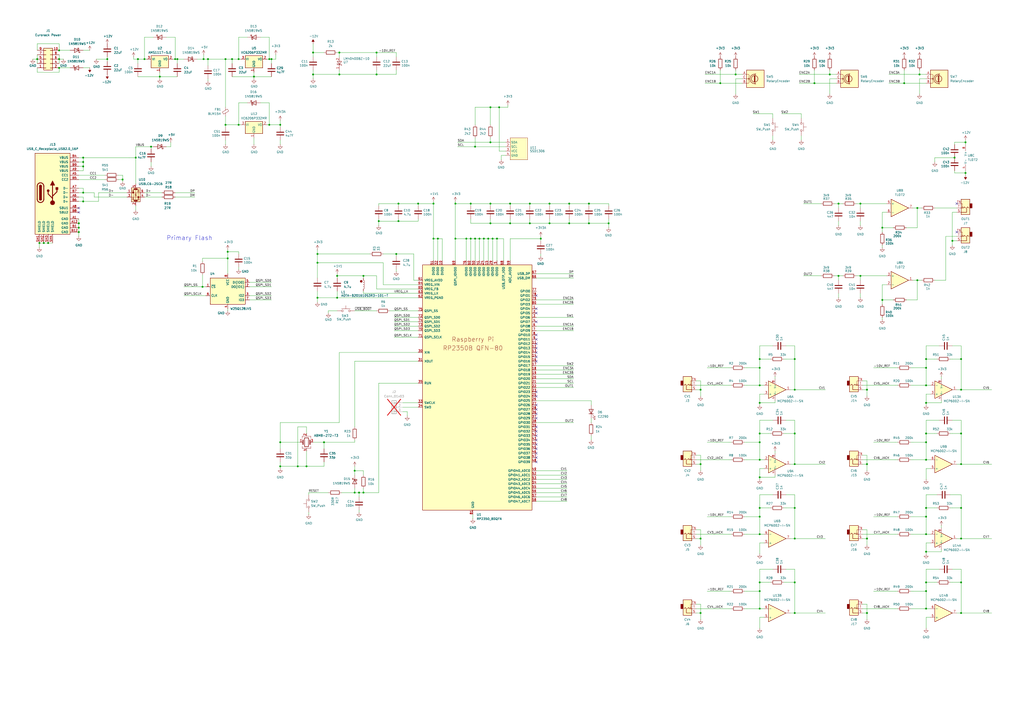
<source format=kicad_sch>
(kicad_sch (version 20250114) (generator "eeschema") (generator_version "9.0")
  (paper "A2")
  (circle (center 209.55 163.195) (radius 0.635) (stroke (width 0) (color 132 0 0 1)) (fill (type color) (color 132 0 0 1)))
  (text "Primary Flash" (at 96.52 139.7 0) (effects (font (size 2.54 2.54)) (justify left bottom)))
  (junction (at 264.16 118.11))
  (junction (at 486.41 160.02))
  (junction (at 229.87 147.32))
  (junction (at 138.43 34.29))
  (junction (at 330.2 129.54))
  (junction (at 162.56 72.39))
  (junction (at 289.56 62.23))
  (junction (at 62.23 34.29))
  (junction (at 157.48 34.29))
  (junction (at 537.21 353.06))
  (junction (at 184.15 147.32))
  (junction (at 417.83 48.26))
  (junction (at 78.74 91.44))
  (junction (at 461.01 312.42))
  (junction (at 130.81 34.29))
  (junction (at 273.05 138.43))
  (junction (at 440.69 233.68))
  (junction (at 187.96 256.54))
  (junction (at 22.86 140.97))
  (junction (at 537.21 223.52))
  (junction (at 117.475 166.37))
  (junction (at 557.53 294.64))
  (junction (at 195.58 172.72))
  (junction (at 134.62 34.29))
  (junction (at 557.53 269.24))
  (junction (at 440.69 256.54))
  (junction (at 318.77 129.54))
  (junction (at 440.69 309.88))
  (junction (at 71.12 104.14))
  (junction (at 560.07 82.55))
  (junction (at 156.21 34.29))
  (junction (at 284.48 129.54))
  (junction (at 341.63 129.54))
  (junction (at 48.26 93.98))
  (junction (at 48.26 116.84))
  (junction (at 537.21 256.54))
  (junction (at 461.01 208.28))
  (junction (at 557.53 226.06))
  (junction (at 48.26 96.52))
  (junction (at 307.34 129.54))
  (junction (at 426.72 43.18))
  (junction (at 295.91 129.54))
  (junction (at 511.81 132.08))
  (junction (at 162.56 270.51))
  (junction (at 196.85 43.18))
  (junction (at 406.4 312.42))
  (junction (at 195.58 160.02))
  (junction (at 80.01 34.29))
  (junction (at 440.69 223.52))
  (junction (at 270.51 138.43))
  (junction (at 210.82 160.02))
  (junction (at 553.72 91.44))
  (junction (at 218.44 43.18))
  (junction (at 285.75 138.43))
  (junction (at 278.13 138.43))
  (junction (at 254 138.43))
  (junction (at 218.44 30.48))
  (junction (at 537.21 309.88))
  (junction (at 231.14 118.11))
  (junction (at 440.69 299.72))
  (junction (at 440.69 337.82))
  (junction (at 118.11 34.29))
  (junction (at 21.59 34.29))
  (junction (at 172.72 270.51))
  (junction (at 284.48 62.23))
  (junction (at 440.69 353.06))
  (junction (at 499.11 118.11))
  (junction (at 177.8 270.51))
  (junction (at 330.2 118.11))
  (junction (at 181.61 43.18))
  (junction (at 181.61 30.48))
  (junction (at 537.21 266.7))
  (junction (at 537.21 213.36))
  (junction (at 472.44 48.26))
  (junction (at 132.08 146.05))
  (junction (at 486.41 118.11))
  (junction (at 132.08 149.86))
  (junction (at 87.63 85.09))
  (junction (at 552.45 139.7))
  (junction (at 273.05 118.11))
  (junction (at 45.72 132.08))
  (junction (at 275.59 138.43))
  (junction (at 537.21 299.72))
  (junction (at 196.85 30.48))
  (junction (at 147.32 44.45))
  (junction (at 557.53 312.42))
  (junction (at 251.46 118.11))
  (junction (at 284.48 82.55))
  (junction (at 537.21 342.9))
  (junction (at 48.26 91.44))
  (junction (at 34.29 39.37))
  (junction (at 406.4 226.06))
  (junction (at 120.65 34.29))
  (junction (at 440.69 294.64))
  (junction (at 208.28 285.75))
  (junction (at 537.21 208.28))
  (junction (at 101.6 34.29))
  (junction (at 557.53 337.82))
  (junction (at 27.94 140.97))
  (junction (at 242.57 118.11))
  (junction (at 264.16 138.43))
  (junction (at 461.01 294.64))
  (junction (at 537.21 251.46))
  (junction (at 83.82 34.29))
  (junction (at 205.74 273.05))
  (junction (at 353.06 129.54))
  (junction (at 184.15 172.72))
  (junction (at 162.56 256.54))
  (junction (at 560.07 100.33))
  (junction (at 45.72 129.54))
  (junction (at 288.29 138.43))
  (junction (at 184.15 152.4))
  (junction (at 280.67 138.43))
  (junction (at 138.43 72.39))
  (junction (at 440.69 342.9))
  (junction (at 205.74 285.75))
  (junction (at 461.01 337.82))
  (junction (at 537.21 233.68))
  (junction (at 511.81 173.99))
  (junction (at 406.4 355.6))
  (junction (at 102.87 34.29))
  (junction (at 25.4 140.97))
  (junction (at 537.21 320.04))
  (junction (at 283.21 138.43))
  (junction (at 537.21 294.64))
  (junction (at 532.13 120.65))
  (junction (at 219.71 128.27))
  (junction (at 307.34 118.11))
  (junction (at 275.59 85.09))
  (junction (at 461.01 269.24))
  (junction (at 318.77 118.11))
  (junction (at 210.82 285.75))
  (junction (at 440.69 251.46))
  (junction (at 461.01 251.46))
  (junction (at 481.33 43.18))
  (junction (at 499.11 160.02))
  (junction (at 341.63 118.11))
  (junction (at 557.53 251.46))
  (junction (at 34.29 29.21))
  (junction (at 557.53 355.6))
  (junction (at 284.48 118.11))
  (junction (at 251.46 138.43))
  (junction (at 502.92 312.42))
  (junction (at 440.69 208.28))
  (junction (at 295.91 118.11))
  (junction (at 461.01 226.06))
  (junction (at 313.69 138.43))
  (junction (at 537.21 337.82))
  (junction (at 502.92 226.06))
  (junction (at 532.13 162.56))
  (junction (at 92.71 44.45))
  (junction (at 130.81 72.39))
  (junction (at 45.72 134.62))
  (junction (at 48.26 111.76))
  (junction (at 461.01 355.6))
  (junction (at 502.92 355.6))
  (junction (at 440.69 213.36))
  (junction (at 533.4 43.18))
  (junction (at 557.53 208.28))
  (junction (at 231.14 128.27))
  (junction (at 524.51 48.26))
  (junction (at 440.69 266.7))
  (junction (at 34.29 34.29))
  (junction (at 156.21 72.39))
  (junction (at 440.69 276.86))
  (junction (at 502.92 269.24))
  (junction (at 406.4 269.24))
  (no_connect (at 554.99 118.11))
  (no_connect (at 311.15 250.19))
  (no_connect (at 45.72 123.19))
  (no_connect (at 311.15 262.89))
  (no_connect (at 311.15 247.65))
  (no_connect (at 311.15 234.95))
  (no_connect (at 311.15 260.35))
  (no_connect (at 311.15 252.73))
  (no_connect (at 311.15 181.61))
  (no_connect (at 311.15 242.57))
  (no_connect (at 311.15 257.81))
  (no_connect (at 554.99 134.62))
  (no_connect (at 311.15 229.87))
  (no_connect (at 311.15 199.39))
  (no_connect (at 45.72 120.65))
  (no_connect (at 311.15 265.43))
  (no_connect (at 311.15 240.03))
  (no_connect (at 311.15 267.97))
  (no_connect (at 311.15 194.31))
  (no_connect (at 311.15 179.07))
  (no_connect (at 311.15 209.55))
  (no_connect (at 311.15 186.69))
  (no_connect (at 311.15 196.85))
  (no_connect (at 311.15 207.01))
  (no_connect (at 311.15 201.93))
  (no_connect (at 311.15 255.27))
  (no_connect (at 311.15 227.33))
  (no_connect (at 311.15 204.47))
  (no_connect (at 311.15 171.45))
  (no_connect (at 311.15 237.49))
  (wire (pts (xy 408.94 48.26) (xy 417.83 48.26)))
  (wire (pts (xy 430.53 48.26) (xy 417.83 48.26)))
  (wire (pts (xy 463.55 48.26) (xy 472.44 48.26)))
  (wire (pts (xy 151.13 59.69) (xy 156.21 59.69)))
  (wire (pts (xy 557.53 243.84) (xy 552.45 243.84)) (stroke (width 0.1524)))
  (wire (pts (xy 311.15 161.29) (xy 332.74 161.29)))
  (wire (pts (xy 506.73 353.06) (xy 519.43 353.06)) (stroke (width 0.1524)))
  (wire (pts (xy 71.12 101.6) (xy 68.58 101.6)))
  (wire (pts (xy 177.8 261.62) (xy 177.8 270.51)))
  (wire (pts (xy 422.91 256.54) (xy 410.21 256.54)) (stroke (width 0.1524)))
  (wire (pts (xy 410.21 353.06) (xy 422.91 353.06)) (stroke (width 0.1524)))
  (wire (pts (xy 461.01 355.6) (xy 478.79 355.6)) (stroke (width 0.1524)))
  (wire (pts (xy 511.81 173.99) (xy 511.81 176.53)))
  (wire (pts (xy 130.81 81.28) (xy 130.81 83.82)))
  (wire (pts (xy 537.21 342.9) (xy 529.59 342.9)) (stroke (width 0.1524)))
  (wire (pts (xy 275.59 138.43) (xy 278.13 138.43)))
  (wire (pts (xy 134.62 44.45) (xy 147.32 44.45)))
  (wire (pts (xy 445.77 208.28) (xy 447.04 208.28)))
  (wire (pts (xy 218.44 30.48) (xy 229.87 30.48)))
  (wire (pts (xy 499.11 160.02) (xy 499.11 162.56)))
  (wire (pts (xy 45.72 104.14) (xy 60.96 104.14)))
  (wire (pts (xy 181.61 30.48) (xy 187.96 30.48)))
  (wire (pts (xy 455.93 208.28) (xy 461.01 208.28)) (stroke (width 0.1524)))
  (wire (pts (xy 157.48 34.29) (xy 156.21 34.29)))
  (wire (pts (xy 242.57 118.11) (xy 251.46 118.11)))
  (wire (pts (xy 87.63 93.98) (xy 87.63 96.52)))
  (wire (pts (xy 557.53 208.28) (xy 557.53 200.66)) (stroke (width 0.1524)))
  (wire (pts (xy 284.48 62.23) (xy 289.56 62.23)))
  (wire (pts (xy 330.2 127) (xy 330.2 129.54)))
  (wire (pts (xy 45.72 134.62) (xy 45.72 137.16)))
  (wire (pts (xy 557.53 294.64) (xy 557.53 312.42)) (stroke (width 0.1524)))
  (wire (pts (xy 83.82 111.76) (xy 93.98 111.76)))
  (wire (pts (xy 537.21 233.68) (xy 537.21 228.6)) (stroke (width 0.1524)))
  (wire (pts (xy 519.43 213.36) (xy 506.73 213.36)) (stroke (width 0.1524)))
  (wire (pts (xy 21.59 31.75) (xy 21.59 34.29)))
  (wire (pts (xy 48.26 111.76) (xy 54.61 111.76)))
  (wire (pts (xy 537.21 48.26) (xy 524.51 48.26)))
  (wire (pts (xy 502.92 220.98) (xy 500.38 220.98)))
  (wire (pts (xy 231.14 128.27) (xy 242.57 128.27)))
  (wire (pts (xy 426.72 45.72) (xy 430.53 45.72)))
  (wire (pts (xy 284.48 82.55) (xy 284.48 80.01)))
  (wire (pts (xy 27.94 140.97) (xy 30.48 140.97)))
  (wire (pts (xy 528.32 299.72) (xy 529.59 299.72)))
  (wire (pts (xy 481.33 43.18) (xy 481.33 40.64)))
  (wire (pts (xy 552.45 208.28) (xy 557.53 208.28)) (stroke (width 0.1524)))
  (wire (pts (xy 330.2 118.11) (xy 341.63 118.11)))
  (wire (pts (xy 534.67 120.65) (xy 532.13 120.65)))
  (wire (pts (xy 311.15 285.75) (xy 328.93 285.75)) (stroke (width 0.1524)))
  (wire (pts (xy 45.72 132.08) (xy 45.72 134.62)))
  (wire (pts (xy 422.91 342.9) (xy 410.21 342.9)) (stroke (width 0.1524)))
  (wire (pts (xy 403.86 269.24) (xy 406.4 269.24)))
  (wire (pts (xy 455.93 337.82) (xy 461.01 337.82)) (stroke (width 0.1524)))
  (wire (pts (xy 280.67 138.43) (xy 283.21 138.43)))
  (wire (pts (xy 528.32 213.36) (xy 529.59 213.36)))
  (wire (pts (xy 284.48 129.54) (xy 273.05 129.54)))
  (wire (pts (xy 537.21 320.04) (xy 537.21 314.96)) (stroke (width 0.1524)))
  (wire (pts (xy 295.91 118.11) (xy 307.34 118.11)))
  (wire (pts (xy 532.13 132.08) (xy 525.78 132.08)))
  (wire (pts (xy 101.6 111.76) (xy 113.03 111.76)))
  (wire (pts (xy 54.61 114.3) (xy 73.66 114.3)))
  (wire (pts (xy 353.06 129.54) (xy 353.06 132.08)))
  (wire (pts (xy 283.21 138.43) (xy 285.75 138.43)))
  (wire (pts (xy 80.01 36.83) (xy 80.01 34.29)))
  (wire (pts (xy 448.31 243.84) (xy 440.69 243.84)) (stroke (width 0.1524)))
  (wire (pts (xy 542.29 337.82) (xy 543.56 337.82)))
  (wire (pts (xy 557.53 294.64) (xy 557.53 287.02)) (stroke (width 0.1524)))
  (wire (pts (xy 92.71 41.91) (xy 92.71 44.45)))
  (wire (pts (xy 502.92 312.42) (xy 502.92 307.34)))
  (wire (pts (xy 143.51 59.69) (xy 138.43 59.69)))
  (wire (pts (xy 138.43 146.05) (xy 132.08 146.05)))
  (wire (pts (xy 529.59 162.56) (xy 532.13 162.56)))
  (wire (pts (xy 184.15 172.72) (xy 184.15 175.26)))
  (wire (pts (xy 330.2 129.54) (xy 318.77 129.54)))
  (wire (pts (xy 537.21 266.7) (xy 539.75 266.7)) (stroke (width 0.1524)))
  (wire (pts (xy 101.6 114.3) (xy 113.03 114.3)))
  (wire (pts (xy 433.07 309.88) (xy 440.69 309.88)) (stroke (width 0.1524)))
  (wire (pts (xy 144.78 173.99) (xy 157.48 173.99)))
  (wire (pts (xy 179.07 287.02) (xy 179.07 285.75)))
  (wire (pts (xy 195.58 172.72) (xy 242.57 172.72)))
  (wire (pts (xy 449.58 233.68) (xy 440.69 233.68)))
  (wire (pts (xy 448.31 287.02) (xy 440.69 287.02)) (stroke (width 0.1524)))
  (wire (pts (xy 240.03 162.56) (xy 242.57 162.56)))
  (wire (pts (xy 229.87 147.32) (xy 229.87 148.59)))
  (wire (pts (xy 187.96 270.51) (xy 177.8 270.51)))
  (wire (pts (xy 544.83 243.84) (xy 537.21 243.84)) (stroke (width 0.1524)))
  (wire (pts (xy 440.69 208.28) (xy 440.69 213.36)) (stroke (width 0.1524)))
  (wire (pts (xy 311.15 191.77) (xy 332.74 191.77)))
  (wire (pts (xy 270.51 138.43) (xy 273.05 138.43)))
  (wire (pts (xy 229.87 30.48) (xy 229.87 33.02)))
  (wire (pts (xy 544.83 330.2) (xy 537.21 330.2)) (stroke (width 0.1524)))
  (wire (pts (xy 514.35 123.19) (xy 511.81 123.19)))
  (wire (pts (xy 228.6 184.15) (xy 242.57 184.15)))
  (wire (pts (xy 311.15 275.59) (xy 328.93 275.59)) (stroke (width 0.1524)))
  (wire (pts (xy 448.31 66.04) (xy 436.88 66.04)))
  (wire (pts (xy 144.78 166.37) (xy 157.48 166.37)))
  (wire (pts (xy 532.13 132.08) (xy 532.13 120.65)))
  (wire (pts (xy 496.57 160.02) (xy 499.11 160.02)))
  (wire (pts (xy 445.77 294.64) (xy 447.04 294.64)))
  (wire (pts (xy 48.26 93.98) (xy 48.26 91.44)))
  (wire (pts (xy 537.21 213.36) (xy 537.21 223.52)) (stroke (width 0.1524)))
  (wire (pts (xy 229.87 43.18) (xy 218.44 43.18)))
  (wire (pts (xy 101.6 34.29) (xy 102.87 34.29)))
  (wire (pts (xy 138.43 72.39) (xy 139.7 72.39)))
  (wire (pts (xy 500.38 226.06) (xy 502.92 226.06)))
  (wire (pts (xy 138.43 154.94) (xy 138.43 156.21)))
  (wire (pts (xy 486.41 118.11) (xy 488.95 118.11)))
  (wire (pts (xy 551.18 208.28) (xy 552.45 208.28)))
  (wire (pts (xy 196.85 204.47) (xy 196.85 245.11)))
  (wire (pts (xy 270.51 151.13) (xy 270.51 138.43)))
  (wire (pts (xy 560.07 99.06) (xy 560.07 100.33)))
  (wire (pts (xy 422.91 309.88) (xy 424.18 309.88)))
  (wire (pts (xy 341.63 129.54) (xy 330.2 129.54)))
  (wire (pts (xy 560.07 81.28) (xy 560.07 82.55)))
  (wire (pts (xy 537.21 330.2) (xy 537.21 337.82)) (stroke (width 0.1524)))
  (wire (pts (xy 311.15 290.83) (xy 328.93 290.83)) (stroke (width 0.1524)))
  (wire (pts (xy 461.01 337.82) (xy 461.01 330.2)) (stroke (width 0.1524)))
  (wire (pts (xy 552.45 123.19) (xy 554.99 123.19)))
  (wire (pts (xy 184.15 147.32) (xy 184.15 152.4)))
  (wire (pts (xy 537.21 314.96) (xy 539.75 314.96)) (stroke (width 0.1524)))
  (wire (pts (xy 205.74 270.51) (xy 205.74 273.05)))
  (wire (pts (xy 483.87 160.02) (xy 486.41 160.02)))
  (wire (pts (xy 551.18 337.82) (xy 552.45 337.82)))
  (wire (pts (xy 560.07 100.33) (xy 560.07 101.6)))
  (wire (pts (xy 529.59 120.65) (xy 532.13 120.65)))
  (wire (pts (xy 162.56 81.28) (xy 162.56 83.82)))
  (wire (pts (xy 21.59 39.37) (xy 21.59 41.91)))
  (wire (pts (xy 162.56 270.51) (xy 162.56 271.78)))
  (wire (pts (xy 445.77 294.64) (xy 440.69 294.64)) (stroke (width 0.1524)))
  (wire (pts (xy 519.43 299.72) (xy 520.7 299.72)))
  (wire (pts (xy 198.12 285.75) (xy 205.74 285.75)))
  (wire (pts (xy 208.28 285.75) (xy 208.28 288.29)))
  (wire (pts (xy 483.87 118.11) (xy 486.41 118.11)))
  (wire (pts (xy 290.83 90.17) (xy 293.37 90.17)))
  (wire (pts (xy 251.46 138.43) (xy 251.46 151.13)))
  (wire (pts (xy 187.96 267.97) (xy 187.96 270.51)))
  (wire (pts (xy 406.4 307.34) (xy 403.86 307.34)))
  (wire (pts (xy 519.43 309.88) (xy 520.7 309.88)))
  (wire (pts (xy 34.29 29.21) (xy 40.64 29.21)))
  (wire (pts (xy 403.86 223.52) (xy 410.21 223.52)))
  (wire (pts (xy 156.21 59.69) (xy 156.21 72.39)))
  (wire (pts (xy 242.57 222.25) (xy 219.71 222.25)))
  (wire (pts (xy 311.15 217.17) (xy 332.74 217.17)))
  (wire (pts (xy 403.86 226.06) (xy 406.4 226.06)))
  (wire (pts (xy 431.8 256.54) (xy 433.07 256.54)))
  (wire (pts (xy 285.75 138.43) (xy 288.29 138.43)))
  (wire (pts (xy 542.29 208.28) (xy 543.56 208.28)))
  (wire (pts (xy 406.4 316.23) (xy 406.4 312.42)))
  (wire (pts (xy 553.72 100.33) (xy 560.07 100.33)))
  (wire (pts (xy 466.09 118.11) (xy 476.25 118.11)))
  (wire (pts (xy 25.4 140.97) (xy 27.94 140.97)))
  (wire (pts (xy 78.74 85.09) (xy 87.63 85.09)) (stroke (width 0.1524)))
  (wire (pts (xy 548.64 137.16) (xy 554.99 137.16)))
  (wire (pts (xy 132.08 149.86) (xy 132.08 158.75)))
  (wire (pts (xy 426.72 43.18) (xy 426.72 40.64)))
  (wire (pts (xy 445.77 208.28) (xy 440.69 208.28)) (stroke (width 0.1524)))
  (wire (pts (xy 52.07 29.21) (xy 48.26 29.21)))
  (wire (pts (xy 546.1 304.8) (xy 546.1 306.07)))
  (wire (pts (xy 190.5 181.61) (xy 190.5 180.34)))
  (wire (pts (xy 313.69 138.43) (xy 313.69 139.7)))
  (wire (pts (xy 144.78 163.83) (xy 157.48 163.83)))
  (wire (pts (xy 205.74 255.27) (xy 205.74 256.54)))
  (wire (pts (xy 341.63 127) (xy 341.63 129.54)))
  (wire (pts (xy 542.29 337.82) (xy 537.21 337.82)) (stroke (width 0.1524)))
  (wire (pts (xy 330.2 119.38) (xy 330.2 118.11)))
  (wire (pts (xy 537.21 294.64) (xy 537.21 299.72)) (stroke (width 0.1524)))
  (wire (pts (xy 464.82 66.04) (xy 453.39 66.04)))
  (wire (pts (xy 251.46 118.11) (xy 251.46 138.43)))
  (wire (pts (xy 187.96 260.35) (xy 187.96 256.54)))
  (wire (pts (xy 100.33 34.29) (xy 101.6 34.29)))
  (wire (pts (xy 68.58 104.14) (xy 71.12 104.14)))
  (wire (pts (xy 431.8 309.88) (xy 433.07 309.88)))
  (wire (pts (xy 218.44 180.34) (xy 205.74 180.34)))
  (wire (pts (xy 554.99 355.6) (xy 557.53 355.6)) (stroke (width 0.1524)))
  (wire (pts (xy 445.77 251.46) (xy 440.69 251.46)) (stroke (width 0.1524)))
  (wire (pts (xy 499.11 128.27) (xy 499.11 130.81)))
  (wire (pts (xy 440.69 299.72) (xy 440.69 309.88)) (stroke (width 0.1524)))
  (wire (pts (xy 273.05 119.38) (xy 273.05 118.11)))
  (wire (pts (xy 440.69 358.14) (xy 443.23 358.14)) (stroke (width 0.1524)))
  (wire (pts (xy 403.86 353.06) (xy 410.21 353.06)))
  (wire (pts (xy 184.15 144.78) (xy 184.15 147.32)))
  (wire (pts (xy 130.81 72.39) (xy 130.81 67.31)))
  (wire (pts (xy 87.63 85.09) (xy 88.9 85.09)))
  (wire (pts (xy 481.33 54.61) (xy 481.33 45.72)))
  (wire (pts (xy 280.67 151.13) (xy 280.67 138.43)))
  (wire (pts (xy 502.92 226.06) (xy 502.92 220.98)))
  (wire (pts (xy 537.21 337.82) (xy 537.21 342.9)) (stroke (width 0.1524)))
  (wire (pts (xy 231.14 119.38) (xy 231.14 118.11)))
  (wire (pts (xy 440.69 294.64) (xy 440.69 299.72)) (stroke (width 0.1524)))
  (wire (pts (xy 519.43 223.52) (xy 520.7 223.52)))
  (wire (pts (xy 431.8 353.06) (xy 433.07 353.06)))
  (wire (pts (xy 458.47 269.24) (xy 461.01 269.24)) (stroke (width 0.1524)))
  (wire (pts (xy 542.29 294.64) (xy 543.56 294.64)))
  (wire (pts (xy 157.48 34.29) (xy 157.48 36.83)))
  (wire (pts (xy 502.92 307.34) (xy 500.38 307.34)))
  (wire (pts (xy 440.69 233.68) (xy 440.69 228.6)) (stroke (width 0.1524)))
  (wire (pts (xy 440.69 223.52) (xy 443.23 223.52)) (stroke (width 0.1524)))
  (wire (pts (xy 511.81 165.1) (xy 511.81 173.99)))
  (wire (pts (xy 311.15 245.11) (xy 332.74 245.11)))
  (wire (pts (xy 500.38 269.24) (xy 502.92 269.24)))
  (wire (pts (xy 461.01 208.28) (xy 461.01 226.06)) (stroke (width 0.1524)))
  (wire (pts (xy 430.53 43.18) (xy 426.72 43.18)))
  (wire (pts (xy 196.85 43.18) (xy 181.61 43.18)))
  (wire (pts (xy 311.15 222.25) (xy 332.74 222.25)))
  (wire (pts (xy 403.86 355.6) (xy 406.4 355.6)))
  (wire (pts (xy 218.44 30.48) (xy 218.44 33.02)))
  (wire (pts (xy 553.72 82.55) (xy 560.07 82.55)))
  (wire (pts (xy 546.1 318.77) (xy 546.1 320.04)))
  (wire (pts (xy 502.92 264.16) (xy 500.38 264.16)))
  (wire (pts (xy 440.69 358.14) (xy 440.69 364.49)) (stroke (width 0.1524)))
  (wire (pts (xy 461.01 208.28) (xy 461.01 200.66)) (stroke (width 0.1524)))
  (wire (pts (xy 496.57 118.11) (xy 499.11 118.11)))
  (wire (pts (xy 62.23 34.29) (xy 62.23 35.56)))
  (wire (pts (xy 160.02 31.75) (xy 160.02 34.29)))
  (wire (pts (xy 184.15 172.72) (xy 195.58 172.72)))
  (wire (pts (xy 78.74 91.44) (xy 74.93 91.44)) (stroke (width 0.1524)))
  (wire (pts (xy 342.9 242.57) (xy 342.9 245.11)))
  (wire (pts (xy 222.25 147.32) (xy 229.87 147.32)))
  (wire (pts (xy 19.05 34.29) (xy 21.59 34.29)))
  (wire (pts (xy 410.21 266.7) (xy 422.91 266.7)) (stroke (width 0.1524)))
  (wire (pts (xy 233.68 236.22) (xy 242.57 236.22)))
  (wire (pts (xy 284.48 118.11) (xy 295.91 118.11)))
  (wire (pts (xy 34.29 39.37) (xy 40.64 39.37)))
  (wire (pts (xy 240.03 147.32) (xy 240.03 162.56)))
  (wire (pts (xy 120.65 45.72) (xy 120.65 46.99)))
  (wire (pts (xy 519.43 342.9) (xy 506.73 342.9)) (stroke (width 0.1524)))
  (wire (pts (xy 519.43 353.06) (xy 520.7 353.06)))
  (wire (pts (xy 481.33 45.72) (xy 485.14 45.72)))
  (wire (pts (xy 542.29 208.28) (xy 537.21 208.28)) (stroke (width 0.1524)))
  (wire (pts (xy 461.01 226.06) (xy 478.79 226.06)) (stroke (width 0.1524)))
  (wire (pts (xy 528.32 309.88) (xy 529.59 309.88)))
  (wire (pts (xy 228.6 189.23) (xy 242.57 189.23)))
  (wire (pts (xy 242.57 119.38) (xy 242.57 118.11)))
  (wire (pts (xy 78.74 91.44) (xy 78.74 106.68)) (stroke (width 0.1524)))
  (wire (pts (xy 195.58 160.02) (xy 210.82 160.02)))
  (wire (pts (xy 458.47 312.42) (xy 461.01 312.42)) (stroke (width 0.1524)))
  (wire (pts (xy 219.71 128.27) (xy 219.71 130.81)))
  (wire (pts (xy 205.74 285.75) (xy 208.28 285.75)))
  (wire (pts (xy 557.53 337.82) (xy 557.53 330.2)) (stroke (width 0.1524)))
  (wire (pts (xy 264.16 118.11) (xy 273.05 118.11)))
  (wire (pts (xy 403.86 266.7) (xy 410.21 266.7)))
  (wire (pts (xy 48.26 114.3) (xy 48.26 116.84)))
  (wire (pts (xy 295.91 127) (xy 295.91 129.54)))
  (wire (pts (xy 45.72 91.44) (xy 48.26 91.44)))
  (wire (pts (xy 506.73 266.7) (xy 519.43 266.7)) (stroke (width 0.1524)))
  (wire (pts (xy 138.43 34.29) (xy 139.7 34.29)))
  (wire (pts (xy 118.11 31.75) (xy 118.11 34.29)))
  (wire (pts (xy 219.71 127) (xy 219.71 128.27)))
  (wire (pts (xy 134.62 34.29) (xy 138.43 34.29)))
  (wire (pts (xy 172.72 247.65) (xy 172.72 270.51)))
  (wire (pts (xy 311.15 214.63) (xy 332.74 214.63)))
  (wire (pts (xy 34.29 31.75) (xy 34.29 34.29)))
  (wire (pts (xy 529.59 353.06) (xy 537.21 353.06)) (stroke (width 0.1524)))
  (wire (pts (xy 284.48 82.55) (xy 265.43 82.55)))
  (wire (pts (xy 45.72 114.3) (xy 48.26 114.3)))
  (wire (pts (xy 440.69 314.96) (xy 440.69 321.31)) (stroke (width 0.1524)))
  (wire (pts (xy 162.56 69.85) (xy 162.56 72.39)))
  (wire (pts (xy 144.78 171.45) (xy 157.48 171.45)))
  (wire (pts (xy 242.57 128.27) (xy 242.57 127)))
  (wire (pts (xy 537.21 213.36) (xy 529.59 213.36)) (stroke (width 0.1524)))
  (wire (pts (xy 162.56 267.97) (xy 162.56 270.51)))
  (wire (pts (xy 537.21 271.78) (xy 539.75 271.78)) (stroke (width 0.1524)))
  (wire (pts (xy 311.15 224.79) (xy 332.74 224.79)))
  (wire (pts (xy 557.53 226.06) (xy 575.31 226.06)) (stroke (width 0.1524)))
  (wire (pts (xy 537.21 287.02) (xy 537.21 294.64)) (stroke (width 0.1524)))
  (wire (pts (xy 537.21 251.46) (xy 537.21 256.54)) (stroke (width 0.1524)))
  (wire (pts (xy 87.63 85.09) (xy 87.63 86.36)) (stroke (width 0.1524)))
  (wire (pts (xy 210.82 283.21) (xy 210.82 285.75)))
  (wire (pts (xy 195.58 161.29) (xy 195.58 160.02)))
  (wire (pts (xy 422.91 342.9) (xy 424.18 342.9)))
  (wire (pts (xy 311.15 278.13) (xy 328.93 278.13)) (stroke (width 0.1524)))
  (wire (pts (xy 440.69 251.46) (xy 440.69 256.54)) (stroke (width 0.1524)))
  (wire (pts (xy 422.91 266.7) (xy 424.18 266.7)))
  (wire (pts (xy 138.43 147.32) (xy 138.43 146.05)))
  (wire (pts (xy 208.28 285.75) (xy 210.82 285.75)))
  (wire (pts (xy 519.43 342.9) (xy 520.7 342.9)))
  (wire (pts (xy 557.53 208.28) (xy 557.53 226.06)) (stroke (width 0.1524)))
  (wire (pts (xy 106.68 171.45) (xy 119.38 171.45)))
  (wire (pts (xy 177.8 270.51) (xy 172.72 270.51)))
  (wire (pts (xy 519.43 256.54) (xy 506.73 256.54)) (stroke (width 0.1524)))
  (wire (pts (xy 454.66 337.82) (xy 455.93 337.82)))
  (wire (pts (xy 542.29 91.44) (xy 553.72 91.44)))
  (wire (pts (xy 440.69 228.6) (xy 443.23 228.6)) (stroke (width 0.1524)))
  (wire (pts (xy 499.11 160.02) (xy 514.35 160.02)))
  (wire (pts (xy 528.32 342.9) (xy 529.59 342.9)))
  (wire (pts (xy 311.15 212.09) (xy 332.74 212.09)))
  (wire (pts (xy 557.53 251.46) (xy 557.53 269.24)) (stroke (width 0.1524)))
  (wire (pts (xy 551.18 251.46) (xy 552.45 251.46)))
  (wire (pts (xy 511.81 184.15) (xy 511.81 185.42)))
  (wire (pts (xy 449.58 275.59) (xy 449.58 276.86)))
  (wire (pts (xy 132.08 146.05) (xy 132.08 149.86)))
  (wire (pts (xy 502.92 229.87) (xy 502.92 226.06)))
  (wire (pts (xy 233.68 233.68) (xy 242.57 233.68)))
  (wire (pts (xy 288.29 138.43) (xy 292.1 138.43)))
  (wire (pts (xy 284.48 119.38) (xy 284.48 118.11)))
  (wire (pts (xy 431.8 266.7) (xy 433.07 266.7)))
  (wire (pts (xy 195.58 168.91) (xy 195.58 172.72)))
  (wire (pts (xy 226.06 180.34) (xy 242.57 180.34)))
  (wire (pts (xy 57.15 111.76) (xy 73.66 111.76)))
  (wire (pts (xy 406.4 229.87) (xy 406.4 226.06)))
  (wire (pts (xy 515.62 43.18) (xy 533.4 43.18)))
  (wire (pts (xy 172.72 270.51) (xy 162.56 270.51)))
  (wire (pts (xy 264.16 151.13) (xy 264.16 138.43)))
  (wire (pts (xy 472.44 48.26) (xy 472.44 40.64)))
  (wire (pts (xy 406.4 355.6) (xy 406.4 350.52)))
  (wire (pts (xy 219.71 119.38) (xy 219.71 118.11)))
  (wire (pts (xy 120.65 34.29) (xy 120.65 38.1)))
  (wire (pts (xy 499.11 170.18) (xy 499.11 172.72)))
  (wire (pts (xy 210.82 273.05) (xy 205.74 273.05)))
  (wire (pts (xy 542.29 120.65) (xy 554.99 120.65)))
  (wire (pts (xy 311.15 189.23) (xy 332.74 189.23)))
  (wire (pts (xy 195.58 30.48) (xy 196.85 30.48)))
  (wire (pts (xy 542.29 251.46) (xy 543.56 251.46)))
  (wire (pts (xy 21.59 41.91) (xy 34.29 41.91)))
  (wire (pts (xy 466.09 160.02) (xy 476.25 160.02)))
  (wire (pts (xy 433.07 266.7) (xy 440.69 266.7)) (stroke (width 0.1524)))
  (wire (pts (xy 156.21 72.39) (xy 162.56 72.39)))
  (wire (pts (xy 422.91 213.36) (xy 424.18 213.36)))
  (wire (pts (xy 120.65 34.29) (xy 130.81 34.29)))
  (wire (pts (xy 514.35 165.1) (xy 511.81 165.1)))
  (wire (pts (xy 118.11 34.29) (xy 120.65 34.29)))
  (wire (pts (xy 130.81 72.39) (xy 138.43 72.39)))
  (wire (pts (xy 311.15 219.71) (xy 332.74 219.71)))
  (wire (pts (xy 228.6 186.69) (xy 242.57 186.69)))
  (wire (pts (xy 557.53 251.46) (xy 557.53 243.84)) (stroke (width 0.1524)))
  (wire (pts (xy 293.37 87.63) (xy 289.56 87.63)))
  (wire (pts (xy 210.82 170.18) (xy 242.57 170.18)))
  (wire (pts (xy 289.56 62.23) (xy 294.64 62.23)))
  (wire (pts (xy 273.05 118.11) (xy 284.48 118.11)))
  (wire (pts (xy 440.69 337.82) (xy 440.69 342.9)) (stroke (width 0.1524)))
  (wire (pts (xy 130.81 62.23) (xy 130.81 34.29)))
  (wire (pts (xy 265.43 85.09) (xy 275.59 85.09)))
  (wire (pts (xy 134.62 36.83) (xy 134.62 34.29)))
  (wire (pts (xy 557.53 337.82) (xy 557.53 355.6)) (stroke (width 0.1524)))
  (wire (pts (xy 529.59 223.52) (xy 537.21 223.52)) (stroke (width 0.1524)))
  (wire (pts (xy 210.82 275.59) (xy 210.82 273.05)))
  (wire (pts (xy 83.82 34.29) (xy 85.09 34.29)))
  (wire (pts (xy 537.21 228.6) (xy 539.75 228.6)) (stroke (width 0.1524)))
  (wire (pts (xy 546.1 320.04) (xy 537.21 320.04)))
  (wire (pts (xy 242.57 195.58) (xy 228.6 195.58)))
  (wire (pts (xy 529.59 309.88) (xy 537.21 309.88)) (stroke (width 0.1524)))
  (wire (pts (xy 219.71 285.75) (xy 210.82 285.75)))
  (wire (pts (xy 537.21 256.54) (xy 537.21 266.7)) (stroke (width 0.1524)))
  (wire (pts (xy 557.53 200.66) (xy 552.45 200.66)) (stroke (width 0.1524)))
  (wire (pts (xy 173.99 256.54) (xy 162.56 256.54)))
  (wire (pts (xy 117.475 166.37) (xy 119.38 166.37)))
  (wire (pts (xy 222.25 152.4) (xy 222.25 165.1)))
  (wire (pts (xy 295.91 138.43) (xy 313.69 138.43)))
  (wire (pts (xy 542.29 162.56) (xy 548.64 162.56)))
  (wire (pts (xy 307.34 119.38) (xy 307.34 118.11)))
  (wire (pts (xy 458.47 355.6) (xy 461.01 355.6)) (stroke (width 0.1524)))
  (wire (pts (xy 560.07 82.55) (xy 560.07 83.82)))
  (wire (pts (xy 275.59 151.13) (xy 275.59 138.43)))
  (wire (pts (xy 528.32 266.7) (xy 529.59 266.7)))
  (wire (pts (xy 422.91 299.72) (xy 410.21 299.72)) (stroke (width 0.1524)))
  (wire (pts (xy 506.73 223.52) (xy 519.43 223.52)) (stroke (width 0.1524)))
  (wire (pts (xy 293.37 82.55) (xy 284.48 82.55)))
  (wire (pts (xy 500.38 355.6) (xy 502.92 355.6)))
  (wire (pts (xy 557.53 330.2) (xy 552.45 330.2)) (stroke (width 0.1524)))
  (wire (pts (xy 48.26 91.44) (xy 74.93 91.44)))
  (wire (pts (xy 486.41 120.65) (xy 486.41 118.11)))
  (wire (pts (xy 519.43 299.72) (xy 506.73 299.72)) (stroke (width 0.1524)))
  (wire (pts (xy 406.4 264.16) (xy 403.86 264.16)))
  (wire (pts (xy 544.83 200.66) (xy 537.21 200.66)) (stroke (width 0.1524)))
  (wire (pts (xy 78.74 119.38) (xy 78.74 121.92)))
  (wire (pts (xy 80.01 44.45) (xy 92.71 44.45)))
  (wire (pts (xy 448.31 78.74) (xy 448.31 81.28)))
  (wire (pts (xy 502.92 316.23) (xy 502.92 312.42)))
  (wire (pts (xy 181.61 40.64) (xy 181.61 43.18)))
  (wire (pts (xy 48.26 96.52) (xy 48.26 93.98)))
  (wire (pts (xy 311.15 280.67) (xy 328.93 280.67)) (stroke (width 0.1524)))
  (wire (pts (xy 500.38 312.42) (xy 502.92 312.42)))
  (wire (pts (xy 45.72 109.22) (xy 48.26 109.22)))
  (wire (pts (xy 275.59 85.09) (xy 293.37 85.09)))
  (wire (pts (xy 184.15 147.32) (xy 214.63 147.32)))
  (wire (pts (xy 448.31 68.58) (xy 448.31 66.04)))
  (wire (pts (xy 45.72 93.98) (xy 48.26 93.98)))
  (wire (pts (xy 548.64 162.56) (xy 548.64 137.16)))
  (wire (pts (xy 463.55 43.18) (xy 481.33 43.18)))
  (wire (pts (xy 551.18 294.64) (xy 552.45 294.64)))
  (wire (pts (xy 406.4 273.05) (xy 406.4 269.24)))
  (wire (pts (xy 307.34 127) (xy 307.34 129.54)))
  (wire (pts (xy 542.29 294.64) (xy 537.21 294.64)) (stroke (width 0.1524)))
  (wire (pts (xy 537.21 256.54) (xy 529.59 256.54)) (stroke (width 0.1524)))
  (wire (pts (xy 205.74 209.55) (xy 205.74 247.65)))
  (wire (pts (xy 288.29 138.43) (xy 288.29 151.13)))
  (wire (pts (xy 440.69 299.72) (xy 433.07 299.72)) (stroke (width 0.1524)))
  (wire (pts (xy 307.34 118.11) (xy 318.77 118.11)))
  (wire (pts (xy 117.475 149.86) (xy 132.08 149.86)))
  (wire (pts (xy 546.1 232.41) (xy 546.1 233.68)))
  (wire (pts (xy 518.16 132.08) (xy 511.81 132.08)))
  (wire (pts (xy 278.13 138.43) (xy 280.67 138.43)))
  (wire (pts (xy 151.13 21.59) (xy 156.21 21.59)))
  (wire (pts (xy 486.41 128.27) (xy 486.41 130.81)))
  (wire (pts (xy 34.29 34.29) (xy 34.29 36.83)))
  (wire (pts (xy 440.69 342.9) (xy 433.07 342.9)) (stroke (width 0.1524)))
  (wire (pts (xy 21.59 29.21) (xy 21.59 25.4)))
  (wire (pts (xy 229.87 40.64) (xy 229.87 43.18)))
  (wire (pts (xy 264.16 138.43) (xy 270.51 138.43)))
  (wire (pts (xy 557.53 269.24) (xy 575.31 269.24)) (stroke (width 0.1524)))
  (wire (pts (xy 534.67 162.56) (xy 532.13 162.56)))
  (wire (pts (xy 410.21 309.88) (xy 422.91 309.88)) (stroke (width 0.1524)))
  (wire (pts (xy 499.11 118.11) (xy 514.35 118.11)))
  (wire (pts (xy 311.15 173.99) (xy 332.74 173.99)))
  (wire (pts (xy 461.01 251.46) (xy 461.01 243.84)) (stroke (width 0.1524)))
  (wire (pts (xy 553.72 83.82) (xy 553.72 82.55)))
  (wire (pts (xy 292.1 151.13) (xy 292.1 138.43)))
  (wire (pts (xy 353.06 127) (xy 353.06 129.54)))
  (wire (pts (xy 205.74 283.21) (xy 205.74 285.75)))
  (wire (pts (xy 290.83 92.71) (xy 290.83 90.17)))
  (wire (pts (xy 284.48 72.39) (xy 284.48 62.23)))
  (wire (pts (xy 254 138.43) (xy 251.46 138.43)))
  (wire (pts (xy 275.59 62.23) (xy 284.48 62.23)))
  (wire (pts (xy 543.56 287.02) (xy 537.21 287.02)) (stroke (width 0.1524)))
  (wire (pts (xy 254 151.13) (xy 254 138.43)))
  (wire (pts (xy 218.44 167.64) (xy 218.44 160.02)))
  (wire (pts (xy 264.16 118.11) (xy 264.16 138.43)))
  (wire (pts (xy 537.21 321.31) (xy 537.21 320.04)) (stroke (width 0.1524)))
  (wire (pts (xy 440.69 353.06) (xy 443.23 353.06)) (stroke (width 0.1524)))
  (wire (pts (xy 205.74 209.55) (xy 242.57 209.55)))
  (wire (pts (xy 455.93 294.64) (xy 461.01 294.64)) (stroke (width 0.1524)))
  (wire (pts (xy 311.15 232.41) (xy 342.9 232.41)))
  (wire (pts (xy 406.4 359.41) (xy 406.4 355.6)))
  (wire (pts (xy 500.38 309.88) (xy 506.73 309.88)))
  (wire (pts (xy 448.31 330.2) (xy 440.69 330.2)) (stroke (width 0.1524)))
  (wire (pts (xy 236.22 238.76) (xy 233.68 238.76)))
  (wire (pts (xy 461.01 337.82) (xy 461.01 355.6)) (stroke (width 0.1524)))
  (wire (pts (xy 537.21 271.78) (xy 537.21 278.13)) (stroke (width 0.1524)))
  (wire (pts (xy 461.01 330.2) (xy 455.93 330.2)) (stroke (width 0.1524)))
  (wire (pts (xy 274.32 298.45) (xy 274.32 300.99)))
  (wire (pts (xy 552.45 337.82) (xy 557.53 337.82)) (stroke (width 0.1524)))
  (wire (pts (xy 147.32 45.72) (xy 147.32 44.45)))
  (wire (pts (xy 295.91 129.54) (xy 284.48 129.54)))
  (wire (pts (xy 449.58 218.44) (xy 449.58 219.71)))
  (wire (pts (xy 48.26 39.37) (xy 52.07 39.37)))
  (wire (pts (xy 278.13 151.13) (xy 278.13 138.43)))
  (wire (pts (xy 147.32 41.91) (xy 147.32 44.45)))
  (wire (pts (xy 537.21 234.95) (xy 537.21 233.68)) (stroke (width 0.1524)))
  (wire (pts (xy 454.66 251.46) (xy 455.93 251.46)))
  (wire (pts (xy 77.47 34.29) (xy 80.01 34.29)))
  (wire (pts (xy 528.32 256.54) (xy 529.59 256.54)))
  (wire (pts (xy 454.66 208.28) (xy 455.93 208.28)))
  (wire (pts (xy 500.38 223.52) (xy 506.73 223.52)))
  (wire (pts (xy 228.6 191.77) (xy 242.57 191.77)))
  (wire (pts (xy 181.61 43.18) (xy 181.61 45.72)))
  (wire (pts (xy 236.22 241.3) (xy 236.22 238.76)))
  (wire (pts (xy 406.4 350.52) (xy 403.86 350.52)))
  (wire (pts (xy 77.47 33.02) (xy 77.47 34.29)))
  (wire (pts (xy 92.71 45.72) (xy 92.71 44.45)))
  (wire (pts (xy 143.51 21.59) (xy 138.43 21.59)))
  (wire (pts (xy 422.91 213.36) (xy 410.21 213.36)) (stroke (width 0.1524)))
  (wire (pts (xy 318.77 129.54) (xy 307.34 129.54)))
  (wire (pts (xy 88.9 21.59) (xy 83.82 21.59)))
  (wire (pts (xy 96.52 21.59) (xy 101.6 21.59)))
  (wire (pts (xy 62.23 34.29) (xy 62.23 33.02)))
  (wire (pts (xy 410.21 223.52) (xy 422.91 223.52)) (stroke (width 0.1524)))
  (wire (pts (xy 422.91 223.52) (xy 424.18 223.52)))
  (wire (pts (xy 485.14 48.26) (xy 472.44 48.26)))
  (wire (pts (xy 440.69 256.54) (xy 433.07 256.54)) (stroke (width 0.1524)))
  (wire (pts (xy 431.8 213.36) (xy 433.07 213.36)))
  (wire (pts (xy 506.73 309.88) (xy 519.43 309.88)) (stroke (width 0.1524)))
  (wire (pts (xy 422.91 353.06) (xy 424.18 353.06)))
  (wire (pts (xy 184.15 152.4) (xy 184.15 161.29)))
  (wire (pts (xy 218.44 40.64) (xy 218.44 43.18)))
  (wire (pts (xy 21.59 34.29) (xy 21.59 36.83)))
  (wire (pts (xy 461.01 243.84) (xy 455.93 243.84)) (stroke (width 0.1524)))
  (wire (pts (xy 196.85 204.47) (xy 242.57 204.47)))
  (wire (pts (xy 500.38 266.7) (xy 506.73 266.7)))
  (wire (pts (xy 311.15 176.53) (xy 332.74 176.53)))
  (wire (pts (xy 210.82 160.02) (xy 210.82 161.29)))
  (wire (pts (xy 311.15 184.15) (xy 332.74 184.15)))
  (wire (pts (xy 147.32 44.45) (xy 157.48 44.45)))
  (wire (pts (xy 45.72 129.54) (xy 45.72 132.08)))
  (wire (pts (xy 71.12 104.14) (xy 71.12 101.6)))
  (wire (pts (xy 311.15 283.21) (xy 328.93 283.21)) (stroke (width 0.1524)))
  (wire (pts (xy 519.43 256.54) (xy 520.7 256.54)))
  (wire (pts (xy 311.15 273.05) (xy 328.93 273.05)) (stroke (width 0.1524)))
  (wire (pts (xy 542.29 251.46) (xy 537.21 251.46)) (stroke (width 0.1524)))
  (wire (pts (xy 283.21 138.43) (xy 283.21 151.13)))
  (wire (pts (xy 48.26 116.84) (xy 57.15 116.84)))
  (wire (pts (xy 554.99 269.24) (xy 557.53 269.24)) (stroke (width 0.1524)))
  (wire (pts (xy 307.34 129.54) (xy 295.91 129.54)))
  (wire (pts (xy 80.01 34.29) (xy 83.82 34.29)))
  (wire (pts (xy 289.56 87.63) (xy 289.56 62.23)))
  (wire (pts (xy 528.32 223.52) (xy 529.59 223.52)))
  (wire (pts (xy 256.54 138.43) (xy 256.54 151.13)))
  (wire (pts (xy 486.41 162.56) (xy 486.41 160.02)))
  (wire (pts (xy 132.08 144.78) (xy 132.08 146.05)))
  (wire (pts (xy 519.43 213.36) (xy 520.7 213.36)))
  (wire (pts (xy 273.05 151.13) (xy 273.05 138.43)))
  (wire (pts (xy 22.86 140.97) (xy 22.86 143.51)))
  (wire (pts (xy 45.72 96.52) (xy 48.26 96.52)))
  (wire (pts (xy 101.6 34.29) (xy 101.6 21.59)))
  (wire (pts (xy 34.29 25.4) (xy 34.29 29.21)))
  (wire (pts (xy 449.58 232.41) (xy 449.58 233.68)))
  (wire (pts (xy 557.53 312.42) (xy 575.31 312.42)) (stroke (width 0.1524)))
  (wire (pts (xy 195.58 158.75) (xy 195.58 160.02)))
  (wire (pts (xy 222.25 165.1) (xy 242.57 165.1)))
  (wire (pts (xy 71.12 105.41) (xy 71.12 104.14)))
  (wire (pts (xy 208.28 295.91) (xy 208.28 297.18)))
  (wire (pts (xy 537.21 223.52) (xy 539.75 223.52)) (stroke (width 0.1524)))
  (wire (pts (xy 445.77 337.82) (xy 440.69 337.82)) (stroke (width 0.1524)))
  (wire (pts (xy 464.82 68.58) (xy 464.82 66.04)))
  (wire (pts (xy 353.06 129.54) (xy 341.63 129.54)))
  (wire (pts (xy 440.69 256.54) (xy 440.69 266.7)) (stroke (width 0.1524)))
  (wire (pts (xy 342.9 234.95) (xy 342.9 232.41)))
  (wire (pts (xy 117.475 151.765) (xy 117.475 149.86)))
  (wire (pts (xy 518.16 173.99) (xy 511.81 173.99)))
  (wire (pts (xy 295.91 119.38) (xy 295.91 118.11)))
  (wire (pts (xy 461.01 294.64) (xy 461.01 312.42)) (stroke (width 0.1524)))
  (wire (pts (xy 254 138.43) (xy 256.54 138.43)))
  (wire (pts (xy 554.99 226.06) (xy 557.53 226.06)) (stroke (width 0.1524)))
  (wire (pts (xy 537.21 299.72) (xy 529.59 299.72)) (stroke (width 0.1524)))
  (wire (pts (xy 162.56 256.54) (xy 162.56 260.35)))
  (wire (pts (xy 179.07 297.18) (xy 179.07 298.45)))
  (wire (pts (xy 284.48 127) (xy 284.48 129.54)))
  (wire (pts (xy 440.69 243.84) (xy 440.69 251.46)) (stroke (width 0.1524)))
  (wire (pts (xy 511.81 132.08) (xy 511.81 134.62)))
  (wire (pts (xy 78.74 85.09) (xy 78.74 91.44)) (stroke (width 0.1524)))
  (wire (pts (xy 546.1 233.68) (xy 537.21 233.68)))
  (wire (pts (xy 130.81 72.39) (xy 130.81 73.66)))
  (wire (pts (xy 294.64 62.23) (xy 294.64 60.96)))
  (wire (pts (xy 537.21 358.14) (xy 537.21 364.49)) (stroke (width 0.1524)))
  (wire (pts (xy 45.72 116.84) (xy 48.26 116.84)))
  (wire (pts (xy 160.02 34.29) (xy 157.48 34.29)))
  (wire (pts (xy 533.4 54.61) (xy 533.4 45.72)))
  (wire (pts (xy 515.62 48.26) (xy 524.51 48.26)))
  (wire (pts (xy 184.15 152.4) (xy 222.25 152.4)))
  (wire (pts (xy 177.8 251.46) (xy 177.8 247.65)))
  (wire (pts (xy 431.8 299.72) (xy 433.07 299.72)))
  (wire (pts (xy 440.69 309.88) (xy 443.23 309.88)) (stroke (width 0.1524)))
  (wire (pts (xy 54.61 111.76) (xy 54.61 114.3)))
  (wire (pts (xy 464.82 78.74) (xy 464.82 81.28)))
  (wire (pts (xy 55.88 34.29) (xy 62.23 34.29)))
  (wire (pts (xy 311.15 158.75) (xy 332.74 158.75)))
  (wire (pts (xy 557.53 287.02) (xy 551.18 287.02)) (stroke (width 0.1524)))
  (wire (pts (xy 440.69 271.78) (xy 440.69 276.86)) (stroke (width 0.1524)))
  (wire (pts (xy 546.1 218.44) (xy 546.1 219.71)))
  (wire (pts (xy 537.21 243.84) (xy 537.21 251.46)) (stroke (width 0.1524)))
  (wire (pts (xy 132.08 179.07) (xy 132.08 180.34)))
  (wire (pts (xy 156.21 21.59) (xy 156.21 34.29)))
  (wire (pts (xy 275.59 85.09) (xy 275.59 80.01)))
  (wire (pts (xy 251.46 116.84) (xy 251.46 118.11)))
  (wire (pts (xy 181.61 25.4) (xy 181.61 30.48)))
  (wire (pts (xy 532.13 173.99) (xy 532.13 162.56)))
  (wire (pts (xy 273.05 138.43) (xy 275.59 138.43)))
  (wire (pts (xy 403.86 312.42) (xy 406.4 312.42)))
  (wire (pts (xy 406.4 226.06) (xy 406.4 220.98)))
  (wire (pts (xy 511.81 142.24) (xy 511.81 143.51)))
  (wire (pts (xy 502.92 359.41) (xy 502.92 355.6)))
  (wire (pts (xy 218.44 43.18) (xy 196.85 43.18)))
  (wire (pts (xy 458.47 226.06) (xy 461.01 226.06)) (stroke (width 0.1524)))
  (wire (pts (xy 118.11 34.29) (xy 114.3 34.29)))
  (wire (pts (xy 162.56 72.39) (xy 162.56 73.66)))
  (wire (pts (xy 196.85 30.48) (xy 196.85 33.02)))
  (wire (pts (xy 431.8 342.9) (xy 433.07 342.9)))
  (wire (pts (xy 187.96 256.54) (xy 181.61 256.54)))
  (wire (pts (xy 502.92 273.05) (xy 502.92 269.24)))
  (wire (pts (xy 99.06 85.09) (xy 96.52 85.09)))
  (wire (pts (xy 403.86 309.88) (xy 410.21 309.88)))
  (wire (pts (xy 45.72 111.76) (xy 48.26 111.76)))
  (wire (pts (xy 486.41 160.02) (xy 488.95 160.02)))
  (wire (pts (xy 422.91 299.72) (xy 424.18 299.72)))
  (wire (pts (xy 557.53 355.6) (xy 575.31 355.6)) (stroke (width 0.1524)))
  (wire (pts (xy 537.21 353.06) (xy 539.75 353.06)) (stroke (width 0.1524)))
  (wire (pts (xy 461.01 294.64) (xy 461.01 287.02)) (stroke (width 0.1524)))
  (wire (pts (xy 440.69 330.2) (xy 440.69 337.82)) (stroke (width 0.1524)))
  (wire (pts (xy 156.21 72.39) (xy 154.94 72.39)))
  (wire (pts (xy 537.21 342.9) (xy 537.21 353.06)) (stroke (width 0.1524)))
  (wire (pts (xy 537.21 299.72) (xy 537.21 309.88)) (stroke (width 0.1524)))
  (wire (pts (xy 231.14 118.11) (xy 242.57 118.11)))
  (wire (pts (xy 205.74 256.54) (xy 187.96 256.54)))
  (wire (pts (xy 454.66 294.64) (xy 455.93 294.64)))
  (wire (pts (xy 218.44 160.02) (xy 210.82 160.02)))
  (wire (pts (xy 48.26 109.22) (xy 48.26 111.76)))
  (wire (pts (xy 196.85 30.48) (xy 218.44 30.48)))
  (wire (pts (xy 273.05 127) (xy 273.05 129.54)))
  (wire (pts (xy 528.32 353.06) (xy 529.59 353.06)))
  (wire (pts (xy 537.21 358.14) (xy 539.75 358.14)) (stroke (width 0.1524)))
  (wire (pts (xy 162.56 245.11) (xy 162.56 256.54)))
  (wire (pts (xy 542.29 93.98) (xy 542.29 91.44)))
  (wire (pts (xy 445.77 337.82) (xy 447.04 337.82)))
  (wire (pts (xy 529.59 266.7) (xy 537.21 266.7)) (stroke (width 0.1524)))
  (wire (pts (xy 229.87 147.32) (xy 240.03 147.32)))
  (wire (pts (xy 461.01 251.46) (xy 461.01 269.24)) (stroke (width 0.1524)))
  (wire (pts (xy 422.91 256.54) (xy 424.18 256.54)))
  (wire (pts (xy 440.69 287.02) (xy 440.69 294.64)) (stroke (width 0.1524)))
  (wire (pts (xy 147.32 80.01) (xy 147.32 83.82)))
  (wire (pts (xy 440.69 271.78) (xy 443.23 271.78)) (stroke (width 0.1524)))
  (wire (pts (xy 554.99 312.42) (xy 557.53 312.42)) (stroke (width 0.1524)))
  (wire (pts (xy 57.15 116.84) (xy 57.15 111.76)))
  (wire (pts (xy 45.72 99.06) (xy 48.26 99.06)))
  (wire (pts (xy 177.8 247.65) (xy 172.72 247.65)))
  (wire (pts (xy 455.93 251.46) (xy 461.01 251.46)) (stroke (width 0.1524)))
  (wire (pts (xy 552.45 294.64) (xy 557.53 294.64)) (stroke (width 0.1524)))
  (wire (pts (xy 537.21 43.18) (xy 533.4 43.18)))
  (wire (pts (xy 83.82 114.3) (xy 93.98 114.3)))
  (wire (pts (xy 285.75 151.13) (xy 285.75 138.43)))
  (wire (pts (xy 440.69 200.66) (xy 440.69 208.28)) (stroke (width 0.1524)))
  (wire (pts (xy 318.77 127) (xy 318.77 129.54)))
  (wire (pts (xy 449.58 261.62) (xy 449.58 262.89)))
  (wire (pts (xy 22.86 140.97) (xy 25.4 140.97)))
  (wire (pts (xy 219.71 118.11) (xy 231.14 118.11)))
  (wire (pts (xy 445.77 251.46) (xy 447.04 251.46)))
  (wire (pts (xy 48.26 99.06) (xy 48.26 96.52)))
  (wire (pts (xy 196.85 245.11) (xy 162.56 245.11)))
  (wire (pts (xy 102.87 34.29) (xy 102.87 36.83)))
  (wire (pts (xy 448.31 200.66) (xy 440.69 200.66)) (stroke (width 0.1524)))
  (wire (pts (xy 210.82 170.18) (xy 210.82 168.91)))
  (wire (pts (xy 99.06 82.55) (xy 99.06 85.09)))
  (wire (pts (xy 219.71 222.25) (xy 219.71 285.75)))
  (wire (pts (xy 426.72 54.61) (xy 426.72 45.72)))
  (wire (pts (xy 511.81 123.19) (xy 511.81 132.08)))
  (wire (pts (xy 440.69 234.95) (xy 440.69 233.68)) (stroke (width 0.1524)))
  (wire (pts (xy 440.69 266.7) (xy 443.23 266.7)) (stroke (width 0.1524)))
  (wire (pts (xy 184.15 168.91) (xy 184.15 172.72)))
  (wire (pts (xy 181.61 30.48) (xy 181.61 33.02)))
  (wire (pts (xy 433.07 353.06) (xy 440.69 353.06)) (stroke (width 0.1524)))
  (wire (pts (xy 318.77 119.38) (xy 318.77 118.11)))
  (wire (pts (xy 485.14 43.18) (xy 481.33 43.18)))
  (wire (pts (xy 537.21 309.88) (xy 539.75 309.88)) (stroke (width 0.1524)))
  (wire (pts (xy 45.72 101.6) (xy 60.96 101.6)))
  (wire (pts (xy 138.43 59.69) (xy 138.43 72.39)))
  (wire (pts (xy 440.69 213.36) (xy 433.07 213.36)) (stroke (width 0.1524)))
  (wire (pts (xy 502.92 355.6) (xy 502.92 350.52)))
  (wire (pts (xy 502.92 269.24) (xy 502.92 264.16)))
  (wire (pts (xy 190.5 180.34) (xy 195.58 180.34)))
  (wire (pts (xy 500.38 353.06) (xy 506.73 353.06)))
  (wire (pts (xy 196.85 40.64) (xy 196.85 43.18)))
  (wire (pts (xy 205.74 273.05) (xy 205.74 275.59)))
  (wire (pts (xy 92.71 44.45) (xy 102.87 44.45)))
  (wire (pts (xy 532.13 173.99) (xy 525.78 173.99)))
  (wire (pts (xy 21.59 25.4) (xy 34.29 25.4)))
  (wire (pts (xy 440.69 213.36) (xy 440.69 223.52)) (stroke (width 0.1524)))
  (wire (pts (xy 406.4 312.42) (xy 406.4 307.34)))
  (wire (pts (xy 106.68 34.29) (xy 102.87 34.29)))
  (wire (pts (xy 36.83 34.29) (xy 34.29 34.29)))
  (wire (pts (xy 264.16 116.84) (xy 264.16 118.11)))
  (wire (pts (xy 552.45 139.7) (xy 552.45 123.19)))
  (wire (pts (xy 461.01 312.42) (xy 478.79 312.42)) (stroke (width 0.1524)))
  (wire (pts (xy 553.72 99.06) (xy 553.72 100.33)))
  (wire (pts (xy 219.71 128.27) (xy 231.14 128.27)))
  (wire (pts (xy 313.69 137.16) (xy 313.69 138.43)))
  (wire (pts (xy 533.4 43.18) (xy 533.4 40.64)))
  (wire (pts (xy 311.15 288.29) (xy 328.93 288.29)) (stroke (width 0.1524)))
  (wire (pts (xy 83.82 21.59) (xy 83.82 34.29)))
  (wire (pts (xy 552.45 139.7) (xy 554.99 139.7)))
  (wire (pts (xy 449.58 276.86) (xy 440.69 276.86)))
  (wire (pts (xy 353.06 119.38) (xy 353.06 118.11)))
  (wire (pts (xy 406.4 269.24) (xy 406.4 264.16)))
  (wire (pts (xy 408.94 43.18) (xy 426.72 43.18)))
  (wire (pts (xy 519.43 266.7) (xy 520.7 266.7)))
  (wire (pts (xy 537.21 208.28) (xy 537.21 213.36)) (stroke (width 0.1524)))
  (wire (pts (xy 417.83 48.26) (xy 417.83 40.64)))
  (wire (pts (xy 440.69 314.96) (xy 443.23 314.96)) (stroke (width 0.1524)))
  (wire (pts (xy 242.57 167.64) (xy 218.44 167.64)))
  (wire (pts (xy 231.14 127) (xy 231.14 128.27)))
  (wire (pts (xy 537.21 200.66) (xy 537.21 208.28)) (stroke (width 0.1524)))
  (wire (pts (xy 275.59 72.39) (xy 275.59 62.23)))
  (wire (pts (xy 229.87 157.48) (xy 229.87 156.21)))
  (wire (pts (xy 318.77 118.11) (xy 330.2 118.11)))
  (wire (pts (xy 486.41 170.18) (xy 486.41 172.72)))
  (wire (pts (xy 342.9 252.73) (xy 342.9 255.27)))
  (wire (pts (xy 138.43 21.59) (xy 138.43 34.29)))
  (wire (pts (xy 34.29 41.91) (xy 34.29 39.37)))
  (wire (pts (xy 461.01 200.66) (xy 455.93 200.66)) (stroke (width 0.1524)))
  (wire (pts (xy 461.01 287.02) (xy 455.93 287.02)) (stroke (width 0.1524)))
  (wire (pts (xy 440.69 276.86) (xy 440.69 278.13)) (stroke (width 0.1524)))
  (wire (pts (xy 179.07 285.75) (xy 190.5 285.75)))
  (wire (pts (xy 45.72 127) (xy 45.72 129.54)))
  (wire (pts (xy 295.91 151.13) (xy 295.91 138.43)))
  (wire (pts (xy 341.63 118.11) (xy 353.06 118.11)))
  (wire (pts (xy 524.51 48.26) (xy 524.51 40.64)))
  (wire (pts (xy 552.45 142.24) (xy 552.45 139.7)))
  (wire (pts (xy 406.4 220.98) (xy 403.86 220.98)))
  (wire (pts (xy 313.69 147.32) (xy 313.69 148.59)))
  (wire (pts (xy 502.92 350.52) (xy 500.38 350.52)))
  (wire (pts (xy 117.475 159.385) (xy 117.475 166.37)))
  (wire (pts (xy 552.45 251.46) (xy 557.53 251.46)) (stroke (width 0.1524)))
  (wire (pts (xy 156.21 34.29) (xy 154.94 34.29)))
  (wire (pts (xy 341.63 119.38) (xy 341.63 118.11)))
  (wire (pts (xy 130.81 34.29) (xy 134.62 34.29)))
  (wire (pts (xy 533.4 45.72) (xy 537.21 45.72)))
  (wire (pts (xy 440.69 342.9) (xy 440.69 353.06)) (stroke (width 0.1524)))
  (wire (pts (xy 461.01 269.24) (xy 478.79 269.24)) (stroke (width 0.1524)))
  (wire (pts (xy 106.68 166.37) (xy 117.475 166.37)))
  (wire (pts (xy 499.11 118.11) (xy 499.11 120.65)))
  (wire (pts (xy 433.07 223.52) (xy 440.69 223.52)) (stroke (width 0.1524)))
  (wire (pts (xy 431.8 223.52) (xy 433.07 223.52)))
  (label "D-" (at 66.0522 114.3 180))
  (label "CV3" (at 328.93 278.13 180) (effects (font (size 1.2446 1.2446))))
  (label "QSPI_SS" (at 106.68 166.37 0))
  (label "QSPI_SD1" (at 157.48 166.37 180))
  (label "SCL" (at 265.43 85.09 0))
  (label "-10V_REF" (at 410.21 299.72 0))
  (label "D+" (at 87.63 111.76 180) (effects (font (size 1.2446 1.2446))))
  (label "CV7" (at 328.93 288.29 180) (effects (font (size 1.2446 1.2446))))
  (label "DM" (at 113.03 114.3 180))
  (label "QSPI_SD0" (at 228.6 184.15 0))
  (label "-10V_REF" (at 506.73 299.72 0))
  (label "D-" (at 87.63 114.3 180))
  (label "CV3_JACK" (at 410.21 309.88 0))
  (label "SDA" (at 265.43 82.55 0))
  (label "QSPI_SS" (at 228.6 180.34 0))
  (label "OUT1" (at 332.74 224.79 180))
  (label "ENC2A" (at 332.74 173.99 180))
  (label "VREG_LX" (at 228.6 170.18 0))
  (label "CV6_JACK" (at 506.73 266.7 0))
  (label "CC2" (at 52.07 104.14 0))
  (label "QSPI_SD3" (at 228.6 191.77 0))
  (label "SDA" (at 332.74 219.71 180))
  (label "ENC2A" (at 463.55 43.18 0))
  (label "CV2" (at 474.98 269.24 0) (effects (font (size 1.2446 1.2446))))
  (label "CV4_JACK" (at 410.21 353.06 0))
  (label "CV4" (at 473.71 355.6 0) (effects (font (size 1.2446 1.2446))))
  (label "OUT2" (at 332.74 245.11 180))
  (label "ENC1B" (at 332.74 191.77 180))
  (label "ENC3B" (at 515.62 48.26 0))
  (label "QSPI_SCLK" (at 228.6 195.58 0))
  (label "CV4" (at 328.93 280.67 180) (effects (font (size 1.2446 1.2446))))
  (label "-10V_REF" (at 219.71 30.48 0))
  (label "-10V_REF" (at 410.21 342.9 0))
  (label "ENC1A" (at 332.74 189.23 180))
  (label "OUT1" (at 466.09 118.11 0))
  (label "QSPI_SD1" (at 228.6 186.69 0))
  (label "CV7" (at 570.23 312.42 0) (effects (font (size 1.2446 1.2446))))
  (label "ENC3B" (at 332.74 217.17 180))
  (label "QSPI_SD2" (at 157.48 171.45 180))
  (label "VBUS" (at 78.74 85.09 0) (effects (font (size 1.2446 1.2446))))
  (label "CV3" (at 473.71 312.42 0) (effects (font (size 1.2446 1.2446))))
  (label "QSPI_SCLK" (at 106.68 171.45 0))
  (label "SW1" (at 440.69 66.04 180))
  (label "-10V_REF" (at 506.73 342.9 0))
  (label "ENC3A" (at 332.74 214.63 180))
  (label "-10V_REF" (at 410.21 256.54 0))
  (label "CC1" (at 52.07 101.6 0))
  (label "CV8" (at 570.23 355.6 0) (effects (font (size 1.2446 1.2446))))
  (label "CV8_JACK" (at 506.73 353.06 0))
  (label "~{USB_BOOT}" (at 205.74 180.34 0))
  (label "QSPI_SD2" (at 228.6 189.23 0))
  (label "OUT2" (at 466.09 160.02 0))
  (label "ENC1A" (at 408.94 43.18 0))
  (label "SW1" (at 332.74 184.15 180))
  (label "CV5" (at 570.23 226.06 0) (effects (font (size 1.2446 1.2446))))
  (label "CV2" (at 328.93 275.59 180) (effects (font (size 1.2446 1.2446))))
  (label "ENC3A" (at 515.62 43.18 0))
  (label "CV2_JACK" (at 410.21 266.7 0))
  (label "CV8" (at 328.93 290.83 180) (effects (font (size 1.2446 1.2446))))
  (label "DM" (at 332.74 161.29 180))
  (label "DP" (at 332.74 158.75 180))
  (label "CV7_JACK" (at 506.73 309.88 0))
  (label "ENC1B" (at 408.94 48.26 0))
  (label "CV6" (at 328.93 285.75 180) (effects (font (size 1.2446 1.2446))))
  (label "CV1" (at 474.98 226.06 0) (effects (font (size 1.2446 1.2446))))
  (label "DP" (at 113.03 111.76 180))
  (label "SW2" (at 457.2 66.04 180))
  (label "RESET" (at 179.07 285.75 0))
  (label "-10V_REF" (at 506.73 256.54 0))
  (label "CV1" (at 328.93 273.05 180) (effects (font (size 1.2446 1.2446))))
  (label "ENC2B" (at 332.74 176.53 180))
  (label "CV5_JACK" (at 506.73 223.52 0))
  (label "QSPI_SD0" (at 157.48 163.83 180))
  (label "SW2" (at 332.74 212.09 180))
  (label "CV6" (at 570.23 269.24 0) (effects (font (size 1.2446 1.2446))))
  (label "CV1_JACK" (at 410.21 223.52 0))
  (label "ENC2B" (at 463.55 48.26 0))
  (label "D+" (at 66.04 111.76 180) (effects (font (size 1.2446 1.2446))))
  (label "CV5" (at 328.93 283.21 180) (effects (font (size 1.2446 1.2446))))
  (label "-10V_REF" (at 410.21 213.36 0))
  (label "SCL" (at 332.74 222.25 180))
  (label "QSPI_SD3" (at 157.48 173.99 180))
  (label "-10V_REF" (at 506.73 213.36 0))
  (symbol (lib_id "Device:R") (at 117.475 155.575 0) (mirror y) (unit 1)
    (property "Reference" "R1" (at 114.3 154.305 0) (effects (justify left)))
    (property "Value" "10k" (at 114.3 156.845 0) (effects (justify left)))
    (property "Footprint" "Resistor_SMD:R_0402_1005Metric" (effects (hide yes)))
  )
  (symbol (lib_id "Device:C") (at 341.63 123.19 0) (unit 1)
    (property "Reference" "C25" (at 344.551 122.0216 0) (effects (justify left)))
    (property "Value" "100n" (at 344.551 124.333 0) (effects (justify left)))
    (property "Footprint" "Capacitor_SMD:C_0402_1005Metric" (effects (hide yes)))
  )
  (symbol (lib_id "Device:C") (at 353.06 123.19 0) (unit 1)
    (property "Reference" "C26" (at 355.981 122.0216 0) (effects (justify left)))
    (property "Value" "100n" (at 355.981 124.333 0) (effects (justify left)))
    (property "Footprint" "Capacitor_SMD:C_0402_1005Metric" (effects (hide yes)))
  )
  (symbol (lib_id "Connector_Audio:AudioJack2_SwitchT") (at 495.3 223.52 0) (mirror x) (unit 1)
    (property "Reference" "J14" (at 495.3 232.41 0))
    (property "Value" "CV5" (at 495.3 229.87 0))
    (property "Footprint" "Library:Jack_3.5mm_QingPu_WQP-PJ398SM_Vertical_CircularHoles_3D" (effects (hide yes)))
  )
  (symbol (lib_id "Device:R") (at 275.59 76.2 0) (mirror x) (unit 1)
    (property "Reference" "R43" (at 273.05 74.9299 0) (effects (justify right)))
    (property "Value" "2k2" (at 273.05 77.4699 0) (effects (justify right)))
    (property "Footprint" "Resistor_SMD:R_0603_1608Metric_Pad0.98x0.95mm_HandSolder" (effects (hide yes)))
    (property "Description" "Resistor" (effects (hide yes)))
  )
  (symbol (lib_id "power:GND") (at 542.29 93.98 0) (mirror y) (unit 1)
    (property "Reference" "#PWR075" (effects (hide yes)))
    (property "Value" "GND" (at 542.29 99.06 0))
    (property "Description" "Power symbol creates a global label with name \"GND\" , ground" (effects (hide yes)))
  )
  (symbol (lib_id "Library:SSD1306_I2C") (at 300.99 83.82 0) (unit 1)
    (property "Reference" "U11" (at 307.34 85.598 0) (effects (justify left)))
    (property "Value" "SSD1306" (at 307.34 87.63 0) (effects (justify left)))
    (property "Footprint" "Library:OLED_0.91inch" (effects (hide yes)))
  )
  (symbol (lib_id "Device:C") (at 187.96 264.16 0) (unit 1)
    (property "Reference" "C35" (at 190.881 262.9916 0) (effects (justify left)))
    (property "Value" "33p" (at 190.881 265.303 0) (effects (justify left)))
    (property "Footprint" "Capacitor_SMD:C_0603_1608Metric_Pad1.08x0.95mm_HandSolder" (effects (hide yes)))
  )
  (symbol (lib_id "PCM_Amplifier_Operational_AKL:MCP6002-I-SN") (at 449.58 226.06 0) (unit 1)
    (property "Reference" "U6" (at 458.47 230.124 0))
    (property "Value" "MCP6002-I-SN" (at 458.47 232.664 0))
    (property "Footprint" "Package_SO:SO-8_3.9x4.9mm_P1.27mm" (effects (hide yes)))
    (property "Datasheet" "https://www.tme.eu/Document/c98656c49a036767b89c9bb93e3dda4a/mcp6001_2_4.pdf" (effects (hide yes)))
    (property "Description" "SO-8 Dual CMOS RRIO Operational Amplifier, 4.5mV Offset, 2μV/°C Drift, 1MHz GBW, Alternate KiCAD Library" (effects (hide yes)))
  )
  (symbol (lib_id "power:GND") (at 537.21 364.49 0) (mirror y) (unit 1)
    (property "Reference" "#PWR089" (effects (hide yes)))
    (property "Value" "GND" (at 537.21 369.57 0))
    (property "Description" "Power symbol creates a global label with name \"GND\" , ground" (effects (hide yes)))
  )
  (symbol (lib_id "Diode:1N5819WS") (at 92.71 85.09 180) (unit 1)
    (property "Reference" "D9" (at 93.0275 78.74 0))
    (property "Value" "1N5819WS" (at 93.0275 81.28 0))
    (property "Footprint" "Diode_SMD:D_SOD-323" (effects (hide yes)))
    (property "Datasheet" "https://datasheet.lcsc.com/lcsc/2204281430_Guangdong-Hottech-1N5819WS_C191023.pdf" (effects (hide yes)))
    (property "Description" "40V 600mV@1A 1A SOD-323 Schottky Barrier Diodes, SOD-323" (effects (hide yes)))
  )
  (symbol (lib_id "power:GND") (at 78.74 121.92 0) (unit 1)
    (property "Reference" "#PWR032" (effects (hide yes)))
    (property "Value" "GND" (at 78.74 127 0))
    (property "Description" "Power symbol creates a global label with name \"GND\" , ground" (effects (hide yes)))
  )
  (symbol (lib_id "Memory_Flash:W25Q128JVS") (at 132.08 168.91 0) (unit 1)
    (property "Reference" "U4" (at 123.19 158.75 0))
    (property "Value" "W25Q128JVS" (at 139.7 179.07 0))
    (property "Footprint" "Package_SO:SOIC-8_5.3x5.3mm_P1.27mm" (effects (hide yes)))
    (property "Datasheet" "http://www.winbond.com/resource-files/w25q128jv_dtr%20revc%2003272018%20plus.pdf" (effects (hide yes)))
  )
  (symbol (lib_id "Amplifier_Operational:TL072") (at 521.97 120.65 0) (unit 2)
    (property "Reference" "U8" (at 521.97 110.49 0))
    (property "Value" "TL072" (at 521.97 113.03 0))
    (property "Footprint" "Package_SO:SOIC-8_3.9x4.9mm_P1.27mm" (effects (hide yes)))
    (property "Datasheet" "http://www.ti.com/lit/ds/symlink/tl071.pdf" (effects (hide yes)))
    (property "Description" "Dual Low-Noise JFET-Input Operational Amplifiers, DIP-8/SOIC-8" (effects (hide yes)))
  )
  (symbol (lib_id "Device:C") (at 120.65 41.91 0) (unit 1)
    (property "Reference" "C17" (at 123.571 40.7416 0) (effects (justify left)))
    (property "Value" "100n" (at 123.571 43.053 0) (effects (justify left)))
    (property "Footprint" "Capacitor_SMD:C_0603_1608Metric_Pad1.08x0.95mm_HandSolder" (effects (hide yes)))
  )
  (symbol (lib_id "power:GND") (at 406.4 273.05 0) (mirror y) (unit 1)
    (property "Reference" "#PWR046" (effects (hide yes)))
    (property "Value" "GND" (at 406.4 278.13 0))
    (property "Description" "Power symbol creates a global label with name \"GND\" , ground" (effects (hide yes)))
  )
  (symbol (lib_id "Device:C") (at 330.2 123.19 0) (unit 1)
    (property "Reference" "C24" (at 333.121 122.0216 0) (effects (justify left)))
    (property "Value" "100n" (at 333.121 124.333 0) (effects (justify left)))
    (property "Footprint" "Capacitor_SMD:C_0402_1005Metric" (effects (hide yes)))
  )
  (symbol (lib_id "Regulator_Linear:AMS1117-5.0") (at 92.71 34.29 0) (unit 1)
    (property "Reference" "U2" (at 92.71 27.94 0))
    (property "Value" "AMS1117-5.0" (at 92.71 30.48 0))
    (property "Footprint" "Package_TO_SOT_SMD:SOT-223-3_TabPin2" (effects (hide yes)))
    (property "Datasheet" "http://www.advanced-monolithic.com/pdf/ds1117.pdf" (effects (hide yes)))
    (property "Description" "1A Low Dropout regulator, positive, 5.0V fixed output, SOT-223" (effects (hide yes)))
  )
  (symbol (lib_id "PCM_Amplifier_Operational_AKL:MCP6002-I-SN") (at 546.1 226.06 0) (unit 1)
    (property "Reference" "U13" (at 554.99 230.124 0))
    (property "Value" "MCP6002-I-SN" (at 554.99 232.664 0))
    (property "Footprint" "Package_SO:SO-8_3.9x4.9mm_P1.27mm" (effects (hide yes)))
    (property "Datasheet" "https://www.tme.eu/Document/c98656c49a036767b89c9bb93e3dda4a/mcp6001_2_4.pdf" (effects (hide yes)))
    (property "Description" "SO-8 Dual CMOS RRIO Operational Amplifier, 4.5mV Offset, 2μV/°C Drift, 1MHz GBW, Alternate KiCAD Library" (effects (hide yes)))
  )
  (symbol (lib_id "Device:C") (at 273.05 123.19 0) (unit 1)
    (property "Reference" "C19" (at 275.336 122.0216 0) (effects (justify left)))
    (property "Value" "100n" (at 275.336 124.333 0) (effects (justify left)))
    (property "Footprint" "Capacitor_SMD:C_0402_1005Metric" (effects (hide yes)))
  )
  (symbol (lib_id "Device:C") (at 162.56 264.16 0) (unit 1)
    (property "Reference" "C31" (at 165.481 262.9916 0) (effects (justify left)))
    (property "Value" "33p" (at 165.481 265.303 0) (effects (justify left)))
    (property "Footprint" "Capacitor_SMD:C_0603_1608Metric_Pad1.08x0.95mm_HandSolder" (effects (hide yes)))
  )
  (symbol (lib_id "Device:R") (at 492.76 118.11 270) (unit 1)
    (property "Reference" "R35" (at 494.03 115.316 90) (effects (justify right)))
    (property "Value" "3k9" (at 493.776 113.284 90) (effects (justify right)))
    (property "Footprint" "Resistor_SMD:R_0603_1608Metric_Pad0.98x0.95mm_HandSolder" (effects (hide yes)))
    (property "Description" "Resistor" (effects (hide yes)))
  )
  (symbol (lib_id "power:+3V3") (at 472.44 33.02 0) (unit 1)
    (property "Reference" "#PWR065" (effects (hide yes)))
    (property "Value" "+3V3" (at 472.44 27.94 0))
    (property "Description" "Power symbol creates a global label with name \"+3V3\"" (effects (hide yes)))
  )
  (symbol (lib_id "power:+3V3") (at 449.58 261.62 0) (unit 1)
    (property "Reference" "#PWR064" (effects (hide yes)))
    (property "Value" "+3V3" (at 449.961 257.2258 0))
  )
  (symbol (lib_id "Device:C") (at 229.87 36.83 0) (unit 1)
    (property "Reference" "C13" (at 232.791 35.6616 0) (effects (justify left)))
    (property "Value" "100n" (at 232.791 37.973 0) (effects (justify left)))
    (property "Footprint" "Capacitor_SMD:C_0603_1608Metric_Pad1.08x0.95mm_HandSolder" (effects (hide yes)))
  )
  (symbol (lib_id "power:+3V3") (at 264.16 116.84 0) (unit 1)
    (property "Reference" "#PWR026" (effects (hide yes)))
    (property "Value" "+3V3" (at 264.541 112.4458 0))
  )
  (symbol (lib_id "Device:C") (at 138.43 151.13 0) (unit 1)
    (property "Reference" "C15" (at 141.351 149.9616 0) (effects (justify left)))
    (property "Value" "100n" (at 141.351 152.273 0) (effects (justify left)))
    (property "Footprint" "Capacitor_SMD:C_0402_1005Metric" (effects (hide yes)))
  )
  (symbol (lib_id "power:GND") (at 184.15 175.26 0) (mirror y) (unit 1)
    (property "Reference" "#PWR035" (effects (hide yes)))
    (property "Value" "GND" (at 187.96 176.53 0))
  )
  (symbol (lib_id "Device:C") (at 452.12 200.66 90) (unit 1)
    (property "Reference" "C30" (at 450.9516 197.739 0) (effects (justify left)))
    (property "Value" "1n" (at 453.263 197.739 0) (effects (justify left)))
    (property "Footprint" "Capacitor_SMD:C_0603_1608Metric_Pad1.08x0.95mm_HandSolder" (effects (hide yes)))
  )
  (symbol (lib_id "power:GND") (at 426.72 54.61 0) (mirror y) (unit 1)
    (property "Reference" "#PWR059" (effects (hide yes)))
    (property "Value" "GND" (at 426.72 59.69 0))
    (property "Description" "Power symbol creates a global label with name \"GND\" , ground" (effects (hide yes)))
  )
  (symbol (lib_id "Connector_Audio:AudioJack2_SwitchT") (at 398.78 353.06 0) (mirror x) (unit 1)
    (property "Reference" "J6" (at 398.78 361.95 0))
    (property "Value" "CV4" (at 398.78 359.41 0))
    (property "Footprint" "Library:Jack_3.5mm_QingPu_WQP-PJ398SM_Vertical_CircularHoles_3D" (effects (hide yes)))
  )
  (symbol (lib_id "PCM_Amplifier_Operational_AKL:MCP6002-I-SN") (at 546.1 312.42 0) (unit 1)
    (property "Reference" "U14" (at 554.99 316.484 0))
    (property "Value" "MCP6002-I-SN" (at 554.99 319.024 0))
    (property "Footprint" "Package_SO:SO-8_3.9x4.9mm_P1.27mm" (effects (hide yes)))
    (property "Datasheet" "https://www.tme.eu/Document/c98656c49a036767b89c9bb93e3dda4a/mcp6001_2_4.pdf" (effects (hide yes)))
    (property "Description" "SO-8 Dual CMOS RRIO Operational Amplifier, 4.5mV Offset, 2μV/°C Drift, 1MHz GBW, Alternate KiCAD Library" (effects (hide yes)))
  )
  (symbol (lib_id "Device:R") (at 524.51 266.7 270) (unit 1)
    (property "Reference" "R46" (at 521.97 264.16 90) (effects (justify right)))
    (property "Value" "100k" (at 529.844 264.16 90) (effects (justify right)))
    (property "Footprint" "Resistor_SMD:R_0603_1608Metric_Pad0.98x0.95mm_HandSolder" (effects (hide yes)))
    (property "Description" "Resistor" (effects (hide yes)))
  )
  (symbol (lib_id "power:GND") (at 499.11 130.81 0) (mirror y) (unit 1)
    (property "Reference" "#PWR054" (effects (hide yes)))
    (property "Value" "GND" (at 499.11 135.89 0))
    (property "Description" "Power symbol creates a global label with name \"GND\" , ground" (effects (hide yes)))
  )
  (symbol (lib_id "power:GND") (at 236.22 241.3 0) (unit 1)
    (property "Reference" "#PWR038" (effects (hide yes)))
    (property "Value" "GND" (at 236.22 246.38 0))
    (property "Description" "Power symbol creates a global label with name \"GND\" , ground" (effects (hide yes)))
  )
  (symbol (lib_id "Device:R") (at 427.99 213.36 270) (unit 1)
    (property "Reference" "R2" (at 425.45 210.82 90) (effects (justify right)))
    (property "Value" "200k" (at 433.324 210.82 90) (effects (justify right)))
    (property "Footprint" "Resistor_SMD:R_0603_1608Metric_Pad0.98x0.95mm_HandSolder" (effects (hide yes)))
    (property "Description" "Resistor" (effects (hide yes)))
  )
  (symbol (lib_id "Switch:SW_Push") (at 464.82 73.66 270) (mirror x) (unit 1)
    (property "Reference" "SW4" (at 463.55 72.3899 90) (effects (justify right)))
    (property "Value" "SW_Push" (at 463.55 74.9299 90) (effects (justify right)))
    (property "Footprint" "Button_Switch_THT:SW_PUSH_6mm_H13mm" (effects (hide yes)))
    (property "Description" "Push button switch, generic, two pins" (effects (hide yes)))
  )
  (symbol (lib_id "power:+3V3") (at 524.51 33.02 0) (unit 1)
    (property "Reference" "#PWR070" (effects (hide yes)))
    (property "Value" "+3V3" (at 524.51 27.94 0))
    (property "Description" "Power symbol creates a global label with name \"+3V3\"" (effects (hide yes)))
  )
  (symbol (lib_id "Device:C") (at 181.61 36.83 0) (mirror y) (unit 1)
    (property "Reference" "C11" (at 178.689 35.6616 0) (effects (justify left)))
    (property "Value" "100n" (at 178.689 37.973 0) (effects (justify left)))
    (property "Footprint" "Capacitor_SMD:C_0603_1608Metric_Pad1.08x0.95mm_HandSolder" (effects (hide yes)))
  )
  (symbol (lib_id "Symbols:USB_C_Receptacle_USB2.0_16P") (at 30.48 111.76 0) (unit 1)
    (property "Reference" "J13" (at 30.48 83.82 0))
    (property "Value" "USB_C_Receptacle_USB2.0_16P" (at 30.48 86.36 0))
    (property "Footprint" "Library:UJ20-C-V-C-2-SMT-TR" (effects (hide yes)))
    (property "Datasheet" "https://www.usb.org/sites/default/files/documents/usb_type-c.zip" (effects (hide yes)))
    (property "Description" "USB 2.0-only 16P Type-C Receptacle connector" (effects (hide yes)))
  )
  (symbol (lib_id "Device:C") (at 313.69 143.51 0) (unit 1)
    (property "Reference" "C27" (at 316.611 142.3416 0) (effects (justify left)))
    (property "Value" "100n" (at 316.611 144.653 0) (effects (justify left)))
    (property "Footprint" "Capacitor_SMD:C_0402_1005Metric" (effects (hide yes)))
  )
  (symbol (lib_id "power:GND") (at 130.81 83.82 0) (unit 1)
    (property "Reference" "#PWR097" (effects (hide yes)))
    (property "Value" "GND" (at 130.937 88.2142 0))
  )
  (symbol (lib_id "power:+3V3") (at 162.56 69.85 0) (unit 1)
    (property "Reference" "#PWR037" (effects (hide yes)))
    (property "Value" "+3V3A" (at 162.56 64.77 0))
    (property "Description" "Power symbol creates a global label with name \"+3V3\"" (effects (hide yes)))
  )
  (symbol (lib_id "power:GND") (at 36.83 34.29 0) (unit 1)
    (property "Reference" "#PWR03" (effects (hide yes)))
    (property "Value" "GND" (at 36.83 38.1 0))
  )
  (symbol (lib_id "Device:C") (at 218.44 36.83 0) (unit 1)
    (property "Reference" "C12" (at 222.25 35.5599 0) (effects (justify left)))
    (property "Value" "22uF" (at 222.25 38.0999 0) (effects (justify left)))
    (property "Footprint" "Capacitor_SMD:C_1206_3216Metric_Pad1.33x1.80mm_HandSolder" (effects (hide yes)))
    (property "Description" "Unpolarized capacitor" (effects (hide yes)))
  )
  (symbol (lib_id "Device:R") (at 450.85 251.46 270) (unit 1)
    (property "Reference" "R12" (at 448.31 248.92 90) (effects (justify right)))
    (property "Value" "33k" (at 456.184 248.92 90) (effects (justify right)))
    (property "Footprint" "Resistor_SMD:R_0603_1608Metric_Pad0.98x0.95mm_HandSolder" (effects (hide yes)))
    (property "Description" "Resistor" (effects (hide yes)))
  )
  (symbol (lib_id "Diode:1N5819WS") (at 147.32 21.59 0) (unit 1)
    (property "Reference" "D13" (at 147.0025 15.24 0))
    (property "Value" "1N5819WS" (at 147.0025 17.78 0))
    (property "Footprint" "Diode_SMD:D_SOD-323" (effects (hide yes)))
    (property "Datasheet" "https://datasheet.lcsc.com/lcsc/2204281430_Guangdong-Hottech-1N5819WS_C191023.pdf" (effects (hide yes)))
    (property "Description" "40V 600mV@1A 1A SOD-323 Schottky Barrier Diodes, SOD-323" (effects (hide yes)))
  )
  (symbol (lib_id "Amplifier_Operational:TL072") (at 521.97 162.56 0) (unit 1)
    (property "Reference" "U8" (at 521.97 152.4 0))
    (property "Value" "TL072" (at 521.97 154.94 0))
    (property "Footprint" "Package_SO:SOIC-8_3.9x4.9mm_P1.27mm" (effects (hide yes)))
    (property "Datasheet" "http://www.ti.com/lit/ds/symlink/tl071.pdf" (effects (hide yes)))
    (property "Description" "Dual Low-Noise JFET-Input Operational Amplifiers, DIP-8/SOIC-8" (effects (hide yes)))
  )
  (symbol (lib_id "Diode:1N5819WS") (at 44.45 39.37 0) (unit 1)
    (property "Reference" "D11" (at 44.1325 33.02 0))
    (property "Value" "1N5819WS" (at 44.1325 35.56 0))
    (property "Footprint" "Diode_SMD:D_SOD-323" (effects (hide yes)))
    (property "Datasheet" "https://datasheet.lcsc.com/lcsc/2204281430_Guangdong-Hottech-1N5819WS_C191023.pdf" (effects (hide yes)))
    (property "Description" "40V 600mV@1A 1A SOD-323 Schottky Barrier Diodes, SOD-323" (effects (hide yes)))
  )
  (symbol (lib_id "power:GND") (at 502.92 316.23 0) (mirror y) (unit 1)
    (property "Reference" "#PWR084" (effects (hide yes)))
    (property "Value" "GND" (at 502.92 321.31 0))
    (property "Description" "Power symbol creates a global label with name \"GND\" , ground" (effects (hide yes)))
  )
  (symbol (lib_id "power:GND") (at 22.86 143.51 0) (unit 1)
    (property "Reference" "#PWR080" (effects (hide yes)))
    (property "Value" "GND" (at 22.86 148.59 0))
    (property "Description" "Power symbol creates a global label with name \"GND\" , ground" (effects (hide yes)))
  )
  (symbol (lib_id "Connector_Audio:AudioJack2_SwitchT") (at 398.78 223.52 0) (mirror x) (unit 1)
    (property "Reference" "J3" (at 398.78 232.41 0))
    (property "Value" "CV1" (at 398.78 229.87 0))
    (property "Footprint" "Library:Jack_3.5mm_QingPu_WQP-PJ398SM_Vertical_CircularHoles_3D" (effects (hide yes)))
  )
  (symbol (lib_id "Diode:1N5819WS") (at 110.49 34.29 180) (unit 1)
    (property "Reference" "D14" (at 110.8075 27.94 0))
    (property "Value" "1N5819WS" (at 110.8075 30.48 0))
    (property "Footprint" "Diode_SMD:D_SOD-323" (effects (hide yes)))
    (property "Datasheet" "https://datasheet.lcsc.com/lcsc/2204281430_Guangdong-Hottech-1N5819WS_C191023.pdf" (effects (hide yes)))
    (property "Description" "40V 600mV@1A 1A SOD-323 Schottky Barrier Diodes, SOD-323" (effects (hide yes)))
  )
  (symbol (lib_id "power:+3V3") (at 546.1 304.8 0) (unit 1)
    (property "Reference" "#PWR091" (effects (hide yes)))
    (property "Value" "+3V3" (at 546.481 300.4058 0))
  )
  (symbol (lib_id "power:GND") (at 181.61 45.72 0) (unit 1)
    (property "Reference" "#PWR015" (effects (hide yes)))
    (property "Value" "GND" (at 181.737 50.1142 0))
  )
  (symbol (lib_id "Connector_Audio:AudioJack2_SwitchT") (at 398.78 266.7 0) (mirror x) (unit 1)
    (property "Reference" "J4" (at 398.78 275.59 0))
    (property "Value" "CV2" (at 398.78 273.05 0))
    (property "Footprint" "Library:Jack_3.5mm_QingPu_WQP-PJ398SM_Vertical_CircularHoles_3D" (effects (hide yes)))
  )
  (symbol (lib_id "Device:R") (at 524.51 213.36 270) (unit 1)
    (property "Reference" "R11" (at 521.97 210.82 90) (effects (justify right)))
    (property "Value" "200k" (at 529.844 210.82 90) (effects (justify right)))
    (property "Footprint" "Resistor_SMD:R_0603_1608Metric_Pad0.98x0.95mm_HandSolder" (effects (hide yes)))
    (property "Description" "Resistor" (effects (hide yes)))
  )
  (symbol (lib_id "Device:R") (at 521.97 173.99 270) (mirror x) (unit 1)
    (property "Reference" "R41" (at 523.24 176.784 90) (effects (justify right)))
    (property "Value" "200k" (at 522.986 178.816 90) (effects (justify right)))
    (property "Footprint" "Resistor_SMD:R_0603_1608Metric_Pad0.98x0.95mm_HandSolder" (effects (hide yes)))
    (property "Description" "Resistor" (effects (hide yes)))
  )
  (symbol (lib_id "power:GND") (at 481.33 54.61 0) (mirror y) (unit 1)
    (property "Reference" "#PWR069" (effects (hide yes)))
    (property "Value" "GND" (at 481.33 59.69 0))
    (property "Description" "Power symbol creates a global label with name \"GND\" , ground" (effects (hide yes)))
  )
  (symbol (lib_id "power:+3V3") (at 294.64 60.96 0) (unit 1)
    (property "Reference" "#PWR077" (effects (hide yes)))
    (property "Value" "+3V3" (at 294.64 55.88 0))
    (property "Description" "Power symbol creates a global label with name \"+3V3\"" (effects (hide yes)))
  )
  (symbol (lib_id "Device:R") (at 547.37 337.82 270) (unit 1)
    (property "Reference" "R54" (at 544.83 335.28 90) (effects (justify right)))
    (property "Value" "33k" (at 552.704 335.28 90) (effects (justify right)))
    (property "Footprint" "Resistor_SMD:R_0603_1608Metric_Pad0.98x0.95mm_HandSolder" (effects (hide yes)))
    (property "Description" "Resistor" (effects (hide yes)))
  )
  (symbol (lib_id "power:+12V") (at 52.07 29.21 0) (unit 1)
    (property "Reference" "#PWR04" (effects (hide yes)))
    (property "Value" "+12V" (at 52.451 24.8158 0))
  )
  (symbol (lib_id "power:+5V") (at 99.06 82.55 0) (unit 1)
    (property "Reference" "#PWR031" (effects (hide yes)))
    (property "Value" "+5V" (at 99.441 78.1558 0))
  )
  (symbol (lib_id "Connector_Audio:AudioJack2_SwitchT") (at 495.3 353.06 0) (mirror x) (unit 1)
    (property "Reference" "J17" (at 495.3 361.95 0))
    (property "Value" "CV8" (at 495.3 359.41 0))
    (property "Footprint" "Library:Jack_3.5mm_QingPu_WQP-PJ398SM_Vertical_CircularHoles_3D" (effects (hide yes)))
  )
  (symbol (lib_id "Diode:1N5819WS") (at 147.32 59.69 0) (unit 1)
    (property "Reference" "D16" (at 147.0025 53.34 0))
    (property "Value" "1N5819WS" (at 147.0025 55.88 0))
    (property "Footprint" "Diode_SMD:D_SOD-323" (effects (hide yes)))
    (property "Datasheet" "https://datasheet.lcsc.com/lcsc/2204281430_Guangdong-Hottech-1N5819WS_C191023.pdf" (effects (hide yes)))
    (property "Description" "40V 600mV@1A 1A SOD-323 Schottky Barrier Diodes, SOD-323" (effects (hide yes)))
  )
  (symbol (lib_id "Device:R") (at 427.99 266.7 270) (unit 1)
    (property "Reference" "R8" (at 425.45 264.16 90) (effects (justify right)))
    (property "Value" "100k" (at 433.324 264.16 90) (effects (justify right)))
    (property "Footprint" "Resistor_SMD:R_0603_1608Metric_Pad0.98x0.95mm_HandSolder" (effects (hide yes)))
    (property "Description" "Resistor" (effects (hide yes)))
  )
  (symbol (lib_id "Device:R") (at 524.51 223.52 270) (unit 1)
    (property "Reference" "R20" (at 521.97 220.98 90) (effects (justify right)))
    (property "Value" "100k" (at 529.844 220.98 90) (effects (justify right)))
    (property "Footprint" "Resistor_SMD:R_0603_1608Metric_Pad0.98x0.95mm_HandSolder" (effects (hide yes)))
    (property "Description" "Resistor" (effects (hide yes)))
  )
  (symbol (lib_id "power:+3V3") (at 426.72 33.02 0) (unit 1)
    (property "Reference" "#PWR060" (effects (hide yes)))
    (property "Value" "+3V3" (at 426.72 27.94 0))
    (property "Description" "Power symbol creates a global label with name \"+3V3\"" (effects (hide yes)))
  )
  (symbol (lib_id "Connector_Audio:AudioJack2_SwitchT") (at 398.78 309.88 0) (mirror x) (unit 1)
    (property "Reference" "J5" (at 398.78 318.77 0))
    (property "Value" "CV3" (at 398.78 316.23 0))
    (property "Footprint" "Library:Jack_3.5mm_QingPu_WQP-PJ398SM_Vertical_CircularHoles_3D" (effects (hide yes)))
  )
  (symbol (lib_id "Device:C") (at 87.63 90.17 0) (mirror y) (unit 1)
    (property "Reference" "C16" (at 84.709 89.0016 0) (effects (justify left)))
    (property "Value" "4u7F" (at 84.709 91.313 0) (effects (justify left)))
    (property "Footprint" "Capacitor_SMD:C_0603_1608Metric_Pad1.08x0.95mm_HandSolder" (effects (hide yes)))
  )
  (symbol (lib_id "power:GND") (at 552.45 142.24 0) (mirror y) (unit 1)
    (property "Reference" "#PWR051" (effects (hide yes)))
    (property "Value" "GND" (at 552.45 147.32 0))
    (property "Description" "Power symbol creates a global label with name \"GND\" , ground" (effects (hide yes)))
  )
  (symbol (lib_id "power:+3V3") (at 417.83 33.02 0) (unit 1)
    (property "Reference" "#PWR061" (effects (hide yes)))
    (property "Value" "+3V3" (at 417.83 27.94 0))
    (property "Description" "Power symbol creates a global label with name \"+3V3\"" (effects (hide yes)))
  )
  (symbol (lib_id "Diode:1N5819WS") (at 205.74 279.4 90) (mirror x) (unit 1)
    (property "Reference" "D15" (at 203.2 277.8124 90) (effects (justify left)))
    (property "Value" "1N5819WS" (at 203.2 280.3524 90) (effects (justify left)))
    (property "Footprint" "Diode_SMD:D_SOD-323" (effects (hide yes)))
    (property "Datasheet" "https://datasheet.lcsc.com/lcsc/2204281430_Guangdong-Hottech-1N5819WS_C191023.pdf" (effects (hide yes)))
    (property "Description" "40V 600mV@1A 1A SOD-323 Schottky Barrier Diodes, SOD-323" (effects (hide yes)))
  )
  (symbol (lib_id "Device:R") (at 427.99 299.72 270) (unit 1)
    (property "Reference" "R14" (at 425.45 297.18 90) (effects (justify right)))
    (property "Value" "200k" (at 433.324 297.18 90) (effects (justify right)))
    (property "Footprint" "Resistor_SMD:R_0603_1608Metric_Pad0.98x0.95mm_HandSolder" (effects (hide yes)))
    (property "Description" "Resistor" (effects (hide yes)))
  )
  (symbol (lib_id "Device:C") (at 229.87 152.4 0) (unit 1)
    (property "Reference" "C28" (at 233.68 151.13 0) (effects (justify left)))
    (property "Value" "4.7u" (at 233.68 153.67 0) (effects (justify left)))
    (property "Footprint" "Capacitor_SMD:C_0402_1005Metric" (effects (hide yes)))
  )
  (symbol (lib_id "power:GND") (at 92.71 45.72 0) (unit 1)
    (property "Reference" "#PWR010" (effects (hide yes)))
    (property "Value" "GND" (at 92.837 50.1142 0))
  )
  (symbol (lib_id "Device:C") (at 134.62 40.64 0) (unit 1)
    (property "Reference" "C3" (at 138.43 39.3699 0) (effects (justify left)))
    (property "Value" "22uF" (at 138.43 41.9099 0) (effects (justify left)))
    (property "Footprint" "Capacitor_SMD:C_1206_3216Metric_Pad1.33x1.80mm_HandSolder" (effects (hide yes)))
    (property "Description" "Unpolarized capacitor" (effects (hide yes)))
  )
  (symbol (lib_id "Device:C") (at 157.48 40.64 0) (unit 1)
    (property "Reference" "C29" (at 160.401 39.4716 0) (effects (justify left)))
    (property "Value" "4u7F" (at 160.401 41.783 0) (effects (justify left)))
    (property "Footprint" "Capacitor_SMD:C_0603_1608Metric_Pad1.08x0.95mm_HandSolder" (effects (hide yes)))
  )
  (symbol (lib_id "Device:C") (at 547.37 287.02 90) (unit 1)
    (property "Reference" "C47" (at 546.2016 284.099 0) (effects (justify left)))
    (property "Value" "1n" (at 548.513 284.099 0) (effects (justify left)))
    (property "Footprint" "Capacitor_SMD:C_0603_1608Metric_Pad1.08x0.95mm_HandSolder" (effects (hide yes)))
  )
  (symbol (lib_id "Device:R") (at 97.79 114.3 90) (unit 1)
    (property "Reference" "R19" (at 95.25 118.1099 90) (effects (justify right)))
    (property "Value" "27R" (at 95.25 120.6499 90) (effects (justify right)))
    (property "Footprint" "Resistor_SMD:R_0603_1608Metric_Pad0.98x0.95mm_HandSolder" (effects (hide yes)))
    (property "Description" "Resistor" (effects (hide yes)))
  )
  (symbol (lib_id "Connector_Audio:AudioJack2_SwitchT") (at 560.07 120.65 180) (unit 1)
    (property "Reference" "J7" (at 560.07 129.54 0))
    (property "Value" "OUT1" (at 560.07 127 0))
    (property "Footprint" "Library:Jack_3.5mm_QingPu_WQP-PJ398SM_Vertical_CircularHoles_3D" (effects (hide yes)))
  )
  (symbol (lib_id "Device:L") (at 210.82 165.1 0) (unit 1)
    (property "Reference" "L1" (at 197.866 169.418 0) (effects (justify left)))
    (property "Value" "AOTA-B201610S3R3-101-T" (at 197.866 171.45 0) (effects (justify left)))
    (property "Footprint" "Library:L_pol_2016" (effects (hide yes)))
  )
  (symbol (lib_id "Device:R") (at 524.51 36.83 0) (mirror x) (unit 1)
    (property "Reference" "R31" (at 521.97 35.5599 0) (effects (justify right)))
    (property "Value" "10k" (at 521.97 38.0999 0) (effects (justify right)))
    (property "Footprint" "Resistor_SMD:R_0603_1608Metric_Pad0.98x0.95mm_HandSolder" (effects (hide yes)))
    (property "Description" "Resistor" (effects (hide yes)))
  )
  (symbol (lib_id "power:+3V3") (at 533.4 33.02 0) (unit 1)
    (property "Reference" "#PWR071" (effects (hide yes)))
    (property "Value" "+3V3" (at 533.4 27.94 0))
    (property "Description" "Power symbol creates a global label with name \"+3V3\"" (effects (hide yes)))
  )
  (symbol (lib_id "Device:R") (at 194.31 285.75 90) (unit 1)
    (property "Reference" "R17" (at 195.5801 288.29 0) (effects (justify right)))
    (property "Value" "330R" (at 193.0401 288.29 0) (effects (justify right)))
    (property "Footprint" "Resistor_SMD:R_0603_1608Metric_Pad0.98x0.95mm_HandSolder" (effects (hide yes)))
    (property "Description" "Resistor" (effects (hide yes)))
  )
  (symbol (lib_id "Device:R") (at 427.99 353.06 270) (unit 1)
    (property "Reference" "R22" (at 425.45 350.52 90) (effects (justify right)))
    (property "Value" "100k" (at 433.324 350.52 90) (effects (justify right)))
    (property "Footprint" "Resistor_SMD:R_0603_1608Metric_Pad0.98x0.95mm_HandSolder" (effects (hide yes)))
    (property "Description" "Resistor" (effects (hide yes)))
  )
  (symbol (lib_id "Device:RotaryEncoder") (at 492.76 45.72 0) (unit 1)
    (property "Reference" "SW6" (at 499.11 44.4499 0) (effects (justify left)))
    (property "Value" "RotaryEncoder" (at 499.11 46.9899 0) (effects (justify left)))
    (property "Footprint" "Rotary_Encoder:RotaryEncoder_Alps_EC11E_Vertical_H20mm" (effects (hide yes)))
    (property "Description" "Rotary encoder, dual channel, incremental quadrate outputs" (effects (hide yes)))
  )
  (symbol (lib_id "power:GND") (at 219.71 130.81 0) (unit 1)
    (property "Reference" "#PWR021" (effects (hide yes)))
    (property "Value" "GND" (at 219.837 135.2042 0))
  )
  (symbol (lib_id "Connector_Audio:AudioJack2_SwitchT") (at 560.07 137.16 180) (unit 1)
    (property "Reference" "J8" (at 560.07 146.05 0))
    (property "Value" "OUT2" (at 560.07 143.51 0))
    (property "Footprint" "Library:Jack_3.5mm_QingPu_WQP-PJ398SM_Vertical_CircularHoles_3D" (effects (hide yes)))
  )
  (symbol (lib_id "Device:R") (at 480.06 160.02 270) (unit 1)
    (property "Reference" "R38" (at 481.33 157.226 90) (effects (justify right)))
    (property "Value" "3k9" (at 481.076 155.194 90) (effects (justify right)))
    (property "Footprint" "Resistor_SMD:R_0603_1608Metric_Pad0.98x0.95mm_HandSolder" (effects (hide yes)))
    (property "Description" "Resistor" (effects (hide yes)))
  )
  (symbol (lib_id "power:GND") (at 45.72 137.16 0) (unit 1)
    (property "Reference" "#PWR081" (effects (hide yes)))
    (property "Value" "GND" (at 45.72 142.24 0))
    (property "Description" "Power symbol creates a global label with name \"GND\" , ground" (effects (hide yes)))
  )
  (symbol (lib_id "power:GND") (at 162.56 271.78 0) (unit 1)
    (property "Reference" "#PWR018" (effects (hide yes)))
    (property "Value" "GND" (at 162.56 276.86 0))
    (property "Description" "Power symbol creates a global label with name \"GND\" , ground" (effects (hide yes)))
  )
  (symbol (lib_id "Device:FerriteBead_Small") (at 130.81 64.77 0) (mirror y) (unit 1)
    (property "Reference" "FB1" (at 128.27 63.4618 0) (effects (justify left)))
    (property "Value" "BLM15H" (at 128.27 66.0018 0) (effects (justify left)))
    (property "Footprint" "Inductor_SMD:L_0402_1005Metric" (effects (hide yes)))
    (property "Description" "Ferrite bead, small symbol" (effects (hide yes)))
  )
  (symbol (lib_id "power:+5V") (at 118.11 31.75 0) (unit 1)
    (property "Reference" "#PWR011" (effects (hide yes)))
    (property "Value" "+5V" (at 118.491 27.3558 0))
  )
  (symbol (lib_id "Device:R") (at 480.06 118.11 270) (unit 1)
    (property "Reference" "R37" (at 481.33 115.316 90) (effects (justify right)))
    (property "Value" "3k9" (at 481.076 113.284 90) (effects (justify right)))
    (property "Footprint" "Resistor_SMD:R_0603_1608Metric_Pad0.98x0.95mm_HandSolder" (effects (hide yes)))
    (property "Description" "Resistor" (effects (hide yes)))
  )
  (symbol (lib_id "Device:R") (at 450.85 294.64 270) (unit 1)
    (property "Reference" "R27" (at 448.31 292.1 90) (effects (justify right)))
    (property "Value" "33k" (at 456.184 292.1 90) (effects (justify right)))
    (property "Footprint" "Resistor_SMD:R_0603_1608Metric_Pad0.98x0.95mm_HandSolder" (effects (hide yes)))
    (property "Description" "Resistor" (effects (hide yes)))
  )
  (symbol (lib_id "Device:C") (at 208.28 292.1 0) (mirror y) (unit 1)
    (property "Reference" "C14" (at 205.359 290.9316 0) (effects (justify left)))
    (property "Value" "100n" (at 205.359 293.243 0) (effects (justify left)))
    (property "Footprint" "Capacitor_SMD:C_0603_1608Metric_Pad1.08x0.95mm_HandSolder" (effects (hide yes)))
  )
  (symbol (lib_id "power:+3V3") (at 449.58 218.44 0) (unit 1)
    (property "Reference" "#PWR053" (effects (hide yes)))
    (property "Value" "+3V3" (at 449.961 214.0458 0))
  )
  (symbol (lib_id "Switch:SW_Push") (at 200.66 180.34 0) (unit 1)
    (property "Reference" "SW3" (at 202.184 183.134 0) (effects (justify right)))
    (property "Value" "SW_Push" (at 203.708 185.166 0) (effects (justify right)))
    (property "Footprint" "Button_Switch_THT:SW_PUSH_6mm_H13mm" (effects (hide yes)))
    (property "Description" "Push button switch, generic, two pins" (effects (hide yes)))
  )
  (symbol (lib_id "power:GND") (at 511.81 185.42 0) (mirror y) (unit 1)
    (property "Reference" "#PWR073" (effects (hide yes)))
    (property "Value" "GND" (at 511.81 190.5 0))
    (property "Description" "Power symbol creates a global label with name \"GND\" , ground" (effects (hide yes)))
  )
  (symbol (lib_id "Regulator_Linear:XC6206PxxxMR") (at 147.32 72.39 0) (unit 1)
    (property "Reference" "U12" (at 147.32 66.04 0))
    (property "Value" "XC6206P332MR" (at 147.32 68.58 0))
    (property "Footprint" "Package_TO_SOT_SMD:SOT-23-3" (effects (hide yes)))
    (property "Datasheet" "https://www.torexsemi.com/file/xc6206/XC6206.pdf" (effects (hide yes)))
    (property "Description" "Positive 60-250mA Low Dropout Regulator, Fixed Output, SOT-23" (effects (hide yes)))
  )
  (symbol (lib_id "power:+12V") (at 560.07 81.28 0) (unit 1)
    (property "Reference" "#PWR043" (effects (hide yes)))
    (property "Value" "+12V" (at 560.451 76.8858 0))
  )
  (symbol (lib_id "Device:C") (at 499.11 124.46 0) (mirror y) (unit 1)
    (property "Reference" "C32" (at 496.189 123.2916 0) (effects (justify left)))
    (property "Value" "10n" (at 496.189 125.603 0) (effects (justify left)))
    (property "Footprint" "Capacitor_SMD:C_0603_1608Metric_Pad1.08x0.95mm_HandSolder" (effects (hide yes)))
  )
  (symbol (lib_id "Switch:SW_Push") (at 448.31 73.66 270) (mirror x) (unit 1)
    (property "Reference" "SW1" (at 447.04 72.3899 90) (effects (justify right)))
    (property "Value" "SW_Push" (at 447.04 74.9299 90) (effects (justify right)))
    (property "Footprint" "Button_Switch_THT:SW_PUSH_6mm_H13mm" (effects (hide yes)))
    (property "Description" "Push button switch, generic, two pins" (effects (hide yes)))
  )
  (symbol (lib_id "power:+3V3") (at 313.69 137.16 0) (unit 1)
    (property "Reference" "#PWR039" (effects (hide yes)))
    (property "Value" "+3V3A" (at 313.69 132.08 0))
    (property "Description" "Power symbol creates a global label with name \"+3V3\"" (effects (hide yes)))
  )
  (symbol (lib_id "power:GND") (at 147.32 83.82 0) (unit 1)
    (property "Reference" "#PWR033" (effects (hide yes)))
    (property "Value" "GND" (at 147.447 88.2142 0))
  )
  (symbol (lib_id "Device:C") (at 452.12 330.2 90) (unit 1)
    (property "Reference" "C38" (at 450.9516 327.279 0) (effects (justify left)))
    (property "Value" "1n" (at 453.263 327.279 0) (effects (justify left)))
    (property "Footprint" "Capacitor_SMD:C_0603_1608Metric_Pad1.08x0.95mm_HandSolder" (effects (hide yes)))
  )
  (symbol (lib_id "Device:R") (at 538.48 120.65 270) (mirror x) (unit 1)
    (property "Reference" "R33" (at 539.75 123.444 90) (effects (justify right)))
    (property "Value" "1k" (at 539.496 125.476 90) (effects (justify right)))
    (property "Footprint" "Resistor_SMD:R_0603_1608Metric_Pad0.98x0.95mm_HandSolder" (effects (hide yes)))
    (property "Description" "Resistor" (effects (hide yes)))
  )
  (symbol (lib_id "Device:C") (at 62.23 39.37 0) (unit 1)
    (property "Reference" "C2" (at 66.04 38.0999 0) (effects (justify left)))
    (property "Value" "22uF" (at 66.04 40.6399 0) (effects (justify left)))
    (property "Footprint" "Capacitor_SMD:C_1206_3216Metric_Pad1.33x1.80mm_HandSolder" (effects (hide yes)))
    (property "Description" "Unpolarized capacitor" (effects (hide yes)))
  )
  (symbol (lib_id "Device:R") (at 524.51 309.88 270) (unit 1)
    (property "Reference" "R48" (at 521.97 307.34 90) (effects (justify right)))
    (property "Value" "100k" (at 529.844 307.34 90) (effects (justify right)))
    (property "Footprint" "Resistor_SMD:R_0603_1608Metric_Pad0.98x0.95mm_HandSolder" (effects (hide yes)))
    (property "Description" "Resistor" (effects (hide yes)))
  )
  (symbol (lib_id "power:GND") (at 533.4 54.61 0) (mirror y) (unit 1)
    (property "Reference" "#PWR072" (effects (hide yes)))
    (property "Value" "GND" (at 533.4 59.69 0))
    (property "Description" "Power symbol creates a global label with name \"GND\" , ground" (effects (hide yes)))
  )
  (symbol (lib_id "Reference_Voltage:LM4040DBZ-10") (at 196.85 36.83 270) (unit 1)
    (property "Reference" "U7" (at 199.136 36.068 90) (effects (justify left)))
    (property "Value" "LM4040DBZ-10" (at 199.136 34.036 90) (effects (justify left)))
    (property "Footprint" "Package_TO_SOT_SMD:SOT-23" (effects (hide yes)))
    (property "Datasheet" "http://www.ti.com/lit/ds/symlink/lm4040-n.pdf" (effects (hide yes)))
    (property "Description" "10.00V Precision Micropower Shunt Voltage Reference, SOT-23" (effects (hide yes)))
  )
  (symbol (lib_id "power:GND") (at 486.41 172.72 0) (mirror y) (unit 1)
    (property "Reference" "#PWR057" (effects (hide yes)))
    (property "Value" "GND" (at 486.41 177.8 0))
    (property "Description" "Power symbol creates a global label with name \"GND\" , ground" (effects (hide yes)))
  )
  (symbol (lib_id "Regulator_Linear:XC6206PxxxMR") (at 147.32 34.29 0) (unit 1)
    (property "Reference" "U5" (at 147.32 27.94 0))
    (property "Value" "XC6206P332MR" (at 147.32 30.48 0))
    (property "Footprint" "Package_TO_SOT_SMD:SOT-23-3" (effects (hide yes)))
    (property "Datasheet" "https://www.torexsemi.com/file/xc6206/XC6206.pdf" (effects (hide yes)))
    (property "Description" "Positive 60-250mA Low Dropout Regulator, Fixed Output, SOT-23" (effects (hide yes)))
  )
  (symbol (lib_id "Device:R") (at 427.99 342.9 270) (unit 1)
    (property "Reference" "R21" (at 425.45 340.36 90) (effects (justify right)))
    (property "Value" "200k" (at 433.324 340.36 90) (effects (justify right)))
    (property "Footprint" "Resistor_SMD:R_0603_1608Metric_Pad0.98x0.95mm_HandSolder" (effects (hide yes)))
    (property "Description" "Resistor" (effects (hide yes)))
  )
  (symbol (lib_id "Device:R") (at 205.74 251.46 0) (unit 1)
    (property "Reference" "R23" (at 203.454 250.19 0) (effects (justify right)))
    (property "Value" "1k" (at 203.454 252.73 0) (effects (justify right)))
    (property "Footprint" "Resistor_SMD:R_0603_1608Metric_Pad0.98x0.95mm_HandSolder" (effects (hide yes)))
    (property "Description" "Resistor" (effects (hide yes)))
  )
  (symbol (lib_id "power:GND") (at 313.69 148.59 0) (mirror y) (unit 1)
    (property "Reference" "#PWR042" (effects (hide yes)))
    (property "Value" "GND" (at 313.563 152.9842 0))
  )
  (symbol (lib_id "Device:C") (at 80.01 40.64 0) (mirror y) (unit 1)
    (property "Reference" "C5" (at 77.089 39.4716 0) (effects (justify left)))
    (property "Value" "100n" (at 77.089 41.783 0) (effects (justify left)))
    (property "Footprint" "Capacitor_SMD:C_0603_1608Metric_Pad1.08x0.95mm_HandSolder" (effects (hide yes)))
  )
  (symbol (lib_id "Device:R") (at 511.81 180.34 0) (mirror y) (unit 1)
    (property "Reference" "R40" (at 513.588 181.102 0) (effects (justify right)))
    (property "Value" "100k" (at 513.588 183.134 0) (effects (justify right)))
    (property "Footprint" "Resistor_SMD:R_0603_1608Metric_Pad0.98x0.95mm_HandSolder" (effects (hide yes)))
    (property "Description" "Resistor" (effects (hide yes)))
  )
  (symbol (lib_id "power:+1V1") (at 251.46 116.84 0) (unit 1)
    (property "Reference" "#PWR025" (effects (hide yes)))
    (property "Value" "+1V1" (at 251.841 112.4458 0))
  )
  (symbol (lib_id "Device:RotaryEncoder") (at 544.83 45.72 0) (unit 1)
    (property "Reference" "SW7" (at 551.18 44.4499 0) (effects (justify left)))
    (property "Value" "RotaryEncoder" (at 551.18 46.9899 0) (effects (justify left)))
    (property "Footprint" "Rotary_Encoder:RotaryEncoder_Alps_EC11E_Vertical_H20mm" (effects (hide yes)))
    (property "Description" "Rotary encoder, dual channel, incremental quadrate outputs" (effects (hide yes)))
  )
  (symbol (lib_id "Device:R") (at 191.77 30.48 90) (unit 1)
    (property "Reference" "R13" (at 191.77 24.13 90))
    (property "Value" "2k" (at 191.77 26.67 90))
    (property "Footprint" "Resistor_SMD:R_0603_1608Metric_Pad0.98x0.95mm_HandSolder" (effects (hide yes)))
    (property "Description" "Resistor" (effects (hide yes)))
  )
  (symbol (lib_id "Diode:1N5819WS") (at 92.71 21.59 0) (unit 1)
    (property "Reference" "D12" (at 92.3925 15.24 0))
    (property "Value" "1N5819WS" (at 92.3925 17.78 0))
    (property "Footprint" "Diode_SMD:D_SOD-323" (effects (hide yes)))
    (property "Datasheet" "https://datasheet.lcsc.com/lcsc/2204281430_Guangdong-Hottech-1N5819WS_C191023.pdf" (effects (hide yes)))
    (property "Description" "40V 600mV@1A 1A SOD-323 Schottky Barrier Diodes, SOD-323" (effects (hide yes)))
  )
  (symbol (lib_id "power:GND") (at 502.92 273.05 0) (mirror y) (unit 1)
    (property "Reference" "#PWR083" (effects (hide yes)))
    (property "Value" "GND" (at 502.92 278.13 0))
    (property "Description" "Power symbol creates a global label with name \"GND\" , ground" (effects (hide yes)))
  )
  (symbol (lib_id "Device:C") (at 295.91 123.19 0) (unit 1)
    (property "Reference" "C21" (at 298.831 122.0216 0) (effects (justify left)))
    (property "Value" "100n" (at 298.831 124.333 0) (effects (justify left)))
    (property "Footprint" "Capacitor_SMD:C_0402_1005Metric" (effects (hide yes)))
  )
  (symbol (lib_id "power:GND") (at 179.07 298.45 0) (unit 1)
    (property "Reference" "#PWR019" (effects (hide yes)))
    (property "Value" "GND" (at 179.07 303.53 0))
    (property "Description" "Power symbol creates a global label with name \"GND\" , ground" (effects (hide yes)))
  )
  (symbol (lib_id "power:GND") (at 71.12 105.41 0) (unit 1)
    (property "Reference" "#PWR096" (effects (hide yes)))
    (property "Value" "GND" (at 71.12 109.22 0))
    (property "Description" "Power symbol creates a global label with name \"GND\" , ground" (effects (hide yes)))
  )
  (symbol (lib_id "power:-12V") (at 52.07 39.37 180) (unit 1)
    (property "Reference" "#PWR05" (effects (hide yes)))
    (property "Value" "-12V" (at 51.689 43.7642 0))
  )
  (symbol (lib_id "Device:C") (at 307.34 123.19 0) (unit 1)
    (property "Reference" "C22" (at 310.261 122.0216 0) (effects (justify left)))
    (property "Value" "100n" (at 310.261 124.333 0) (effects (justify left)))
    (property "Footprint" "Capacitor_SMD:C_0402_1005Metric" (effects (hide yes)))
  )
  (symbol (lib_id "power:GND") (at 406.4 316.23 0) (mirror y) (unit 1)
    (property "Reference" "#PWR048" (effects (hide yes)))
    (property "Value" "GND" (at 406.4 321.31 0))
    (property "Description" "Power symbol creates a global label with name \"GND\" , ground" (effects (hide yes)))
  )
  (symbol (lib_id "Connector_Audio:AudioJack2_SwitchT") (at 495.3 309.88 0) (mirror x) (unit 1)
    (property "Reference" "J16" (at 495.3 318.77 0))
    (property "Value" "CV7" (at 495.3 316.23 0))
    (property "Footprint" "Library:Jack_3.5mm_QingPu_WQP-PJ398SM_Vertical_CircularHoles_3D" (effects (hide yes)))
  )
  (symbol (lib_id "Device:R") (at 524.51 342.9 270) (unit 1)
    (property "Reference" "R49" (at 521.97 340.36 90) (effects (justify right)))
    (property "Value" "200k" (at 529.844 340.36 90) (effects (justify right)))
    (property "Footprint" "Resistor_SMD:R_0603_1608Metric_Pad0.98x0.95mm_HandSolder" (effects (hide yes)))
    (property "Description" "Resistor" (effects (hide yes)))
  )
  (symbol (lib_id "Device:C") (at 499.11 166.37 0) (mirror y) (unit 1)
    (property "Reference" "C41" (at 496.189 165.2016 0) (effects (justify left)))
    (property "Value" "10n" (at 496.189 167.513 0) (effects (justify left)))
    (property "Footprint" "Capacitor_SMD:C_0603_1608Metric_Pad1.08x0.95mm_HandSolder" (effects (hide yes)))
  )
  (symbol (lib_id "power:GND") (at 511.81 143.51 0) (mirror y) (unit 1)
    (property "Reference" "#PWR052" (effects (hide yes)))
    (property "Value" "GND" (at 511.81 148.59 0))
    (property "Description" "Power symbol creates a global label with name \"GND\" , ground" (effects (hide yes)))
  )
  (symbol (lib_id "power:GND") (at 464.82 81.28 0) (mirror y) (unit 1)
    (property "Reference" "#PWR041" (effects (hide yes)))
    (property "Value" "GND" (at 464.82 86.36 0))
    (property "Description" "Power symbol creates a global label with name \"GND\" , ground" (effects (hide yes)))
  )
  (symbol (lib_id "Device:R") (at 547.37 251.46 270) (unit 1)
    (property "Reference" "R52" (at 544.83 248.92 90) (effects (justify right)))
    (property "Value" "33k" (at 552.704 248.92 90) (effects (justify right)))
    (property "Footprint" "Resistor_SMD:R_0603_1608Metric_Pad0.98x0.95mm_HandSolder" (effects (hide yes)))
    (property "Description" "Resistor" (effects (hide yes)))
  )
  (symbol (lib_id "Device:C") (at 548.64 243.84 90) (unit 1)
    (property "Reference" "C46" (at 547.4716 240.919 0) (effects (justify left)))
    (property "Value" "1n" (at 549.783 240.919 0) (effects (justify left)))
    (property "Footprint" "Capacitor_SMD:C_0603_1608Metric_Pad1.08x0.95mm_HandSolder" (effects (hide yes)))
  )
  (symbol (lib_id "Library:RP2350_80QFN") (at 274.32 201.93 0) (unit 1)
    (property "Reference" "U1" (at 276.4633 298.45 0) (effects (justify left)))
    (property "Value" "RP2350_80QFN" (at 276.4633 300.99 0) (effects (justify left)))
    (property "Footprint" "Library:RP2350-QFN-80-1EP_10x10_P0.4mm_EP3.4x3.4mm_ThermalVias" (effects (hide yes)))
  )
  (symbol (lib_id "Device:C") (at 195.58 165.1 0) (unit 1)
    (property "Reference" "C9" (at 199.39 163.83 0) (effects (justify left)))
    (property "Value" "4.7u" (at 199.39 166.37 0) (effects (justify left)))
    (property "Footprint" "Capacitor_SMD:C_0402_1005Metric" (effects (hide yes)))
  )
  (symbol (lib_id "Device:C") (at 318.77 123.19 0) (unit 1)
    (property "Reference" "C23" (at 321.691 122.0216 0) (effects (justify left)))
    (property "Value" "100n" (at 321.691 124.333 0) (effects (justify left)))
    (property "Footprint" "Capacitor_SMD:C_0402_1005Metric" (effects (hide yes)))
  )
  (symbol (lib_id "power:GND") (at 537.21 321.31 0) (mirror y) (unit 1)
    (property "Reference" "#PWR088" (effects (hide yes)))
    (property "Value" "GND" (at 537.21 326.39 0))
    (property "Description" "Power symbol creates a global label with name \"GND\" , ground" (effects (hide yes)))
  )
  (symbol (lib_id "power:GND") (at 274.32 300.99 0) (mirror y) (unit 1)
    (property "Reference" "#PWR01" (effects (hide yes)))
    (property "Value" "GND" (at 274.32 306.07 0))
    (property "Description" "Power symbol creates a global label with name \"GND\" , ground" (effects (hide yes)))
  )
  (symbol (lib_id "Device:C") (at 130.81 77.47 0) (mirror y) (unit 1)
    (property "Reference" "C51" (at 127.889 76.3016 0) (effects (justify left)))
    (property "Value" "100n" (at 127.889 78.613 0) (effects (justify left)))
    (property "Footprint" "Capacitor_SMD:C_0603_1608Metric_Pad1.08x0.95mm_HandSolder" (effects (hide yes)))
  )
  (symbol (lib_id "power:GND") (at 190.5 181.61 0) (unit 1)
    (property "Reference" "#PWR020" (effects (hide yes)))
    (property "Value" "GND" (at 190.5 185.42 0))
    (property "Description" "Power symbol creates a global label with name \"GND\" , ground" (effects (hide yes)))
  )
  (symbol (lib_id "power:GND") (at 87.63 96.52 0) (unit 1)
    (property "Reference" "#PWR029" (effects (hide yes)))
    (property "Value" "GND" (at 87.63 100.33 0))
    (property "Description" "Power symbol creates a global label with name \"GND\" , ground" (effects (hide yes)))
  )
  (symbol (lib_id "power:GND") (at 120.65 46.99 0) (unit 1)
    (property "Reference" "#PWR030" (effects (hide yes)))
    (property "Value" "GND" (at 120.777 51.3842 0))
  )
  (symbol (lib_id "power:GND") (at 406.4 229.87 0) (mirror y) (unit 1)
    (property "Reference" "#PWR045" (effects (hide yes)))
    (property "Value" "GND" (at 406.4 234.95 0))
    (property "Description" "Power symbol creates a global label with name \"GND\" , ground" (effects (hide yes)))
  )
  (symbol (lib_id "Device:C") (at 242.57 123.19 0) (unit 1)
    (property "Reference" "C18" (at 245.491 122.0216 0) (effects (justify left)))
    (property "Value" "100n" (at 245.491 124.333 0) (effects (justify left)))
    (property "Footprint" "Capacitor_SMD:C_0402_1005Metric" (effects (hide yes)))
  )
  (symbol (lib_id "Device:C") (at 184.15 165.1 0) (unit 1)
    (property "Reference" "C7" (at 187.96 163.83 0) (effects (justify left)))
    (property "Value" "4.7u" (at 187.96 166.37 0) (effects (justify left)))
    (property "Footprint" "Capacitor_SMD:C_0402_1005Metric" (effects (hide yes)))
  )
  (symbol (lib_id "Device:C") (at 162.56 77.47 0) (unit 1)
    (property "Reference" "C44" (at 165.481 76.3016 0) (effects (justify left)))
    (property "Value" "4u7F" (at 165.481 78.613 0) (effects (justify left)))
    (property "Footprint" "Capacitor_SMD:C_0603_1608Metric_Pad1.08x0.95mm_HandSolder" (effects (hide yes)))
  )
  (symbol (lib_id "power:GND") (at 486.41 130.81 0) (mirror y) (unit 1)
    (property "Reference" "#PWR056" (effects (hide yes)))
    (property "Value" "GND" (at 486.41 135.89 0))
    (property "Description" "Power symbol creates a global label with name \"GND\" , ground" (effects (hide yes)))
  )
  (symbol (lib_id "Device:R") (at 222.25 180.34 270) (unit 1)
    (property "Reference" "R6" (at 222.25 175.0822 90))
    (property "Value" "1k" (at 222.25 177.3936 90))
    (property "Footprint" "Resistor_SMD:R_0402_1005Metric" (effects (hide yes)))
  )
  (symbol (lib_id "Device:R") (at 427.99 256.54 270) (unit 1)
    (property "Reference" "R7" (at 425.45 254 90) (effects (justify right)))
    (property "Value" "200k" (at 433.324 254 90) (effects (justify right)))
    (property "Footprint" "Resistor_SMD:R_0603_1608Metric_Pad0.98x0.95mm_HandSolder" (effects (hide yes)))
    (property "Description" "Resistor" (effects (hide yes)))
  )
  (symbol (lib_id "power:-12V") (at 62.23 43.18 180) (unit 1)
    (property "Reference" "#PWR08" (effects (hide yes)))
    (property "Value" "-12V" (at 61.849 47.5742 0))
  )
  (symbol (lib_id "PCM_Amplifier_Operational_AKL:MCP6002-I-SN") (at 546.1 355.6 0) (unit 2)
    (property "Reference" "U14" (at 547.37 345.44 0))
    (property "Value" "MCP6002-I-SN" (at 547.37 347.98 0))
    (property "Footprint" "Package_SO:SO-8_3.9x4.9mm_P1.27mm" (effects (hide yes)))
    (property "Datasheet" "https://www.tme.eu/Document/c98656c49a036767b89c9bb93e3dda4a/mcp6001_2_4.pdf" (effects (hide yes)))
    (property "Description" "SO-8 Dual CMOS RRIO Operational Amplifier, 4.5mV Offset, 2μV/°C Drift, 1MHz GBW, Alternate KiCAD Library" (effects (hide yes)))
  )
  (symbol (lib_id "Device:R") (at 524.51 353.06 270) (unit 1)
    (property "Reference" "R50" (at 521.97 350.52 90) (effects (justify right)))
    (property "Value" "100k" (at 529.844 350.52 90) (effects (justify right)))
    (property "Footprint" "Resistor_SMD:R_0603_1608Metric_Pad0.98x0.95mm_HandSolder" (effects (hide yes)))
    (property "Description" "Resistor" (effects (hide yes)))
  )
  (symbol (lib_id "Device:R") (at 492.76 160.02 270) (unit 1)
    (property "Reference" "R39" (at 494.03 157.226 90) (effects (justify right)))
    (property "Value" "3k9" (at 493.776 155.194 90) (effects (justify right)))
    (property "Footprint" "Resistor_SMD:R_0603_1608Metric_Pad0.98x0.95mm_HandSolder" (effects (hide yes)))
    (property "Description" "Resistor" (effects (hide yes)))
  )
  (symbol (lib_id "Device:R") (at 547.37 294.64 270) (unit 1)
    (property "Reference" "R53" (at 544.83 292.1 90) (effects (justify right)))
    (property "Value" "33k" (at 552.704 292.1 90) (effects (justify right)))
    (property "Footprint" "Resistor_SMD:R_0603_1608Metric_Pad0.98x0.95mm_HandSolder" (effects (hide yes)))
    (property "Description" "Resistor" (effects (hide yes)))
  )
  (symbol (lib_id "power:GND") (at 208.28 297.18 0) (unit 1)
    (property "Reference" "#PWR023" (effects (hide yes)))
    (property "Value" "GND" (at 208.407 301.5742 0))
  )
  (symbol (lib_id "power:GND") (at 440.69 364.49 0) (mirror y) (unit 1)
    (property "Reference" "#PWR063" (effects (hide yes)))
    (property "Value" "GND" (at 440.69 369.57 0))
    (property "Description" "Power symbol creates a global label with name \"GND\" , ground" (effects (hide yes)))
  )
  (symbol (lib_id "Device:C") (at 219.71 123.19 0) (unit 1)
    (property "Reference" "C8" (at 222.631 122.0216 0) (effects (justify left)))
    (property "Value" "100n" (at 222.631 124.333 0) (effects (justify left)))
    (property "Footprint" "Capacitor_SMD:C_0402_1005Metric" (effects (hide yes)))
  )
  (symbol (lib_id "power:GND") (at 537.21 234.95 0) (mirror y) (unit 1)
    (property "Reference" "#PWR086" (effects (hide yes)))
    (property "Value" "GND" (at 537.21 240.03 0))
    (property "Description" "Power symbol creates a global label with name \"GND\" , ground" (effects (hide yes)))
  )
  (symbol (lib_id "power:+12V") (at 62.23 25.4 0) (unit 1)
    (property "Reference" "#PWR07" (effects (hide yes)))
    (property "Value" "+12V" (at 62.611 21.0058 0))
  )
  (symbol (lib_id "Device:C") (at 553.72 95.25 0) (mirror y) (unit 1)
    (property "Reference" "C43" (at 550.799 94.0816 0) (effects (justify left)))
    (property "Value" "100n" (at 550.799 96.393 0) (effects (justify left)))
    (property "Footprint" "Capacitor_SMD:C_0603_1608Metric_Pad1.08x0.95mm_HandSolder" (effects (hide yes)))
  )
  (symbol (lib_id "Device:R") (at 427.99 309.88 270) (unit 1)
    (property "Reference" "R15" (at 425.45 307.34 90) (effects (justify right)))
    (property "Value" "100k" (at 433.324 307.34 90) (effects (justify right)))
    (property "Footprint" "Resistor_SMD:R_0603_1608Metric_Pad0.98x0.95mm_HandSolder" (effects (hide yes)))
    (property "Description" "Resistor" (effects (hide yes)))
  )
  (symbol (lib_id "Device:C") (at 548.64 330.2 90) (unit 1)
    (property "Reference" "C48" (at 547.4716 327.279 0) (effects (justify left)))
    (property "Value" "1n" (at 549.783 327.279 0) (effects (justify left)))
    (property "Footprint" "Capacitor_SMD:C_0603_1608Metric_Pad1.08x0.95mm_HandSolder" (effects (hide yes)))
  )
  (symbol (lib_id "Device:R") (at 218.44 147.32 90) (unit 1)
    (property "Reference" "R3" (at 217.2716 145.542 0) (effects (justify left)))
    (property "Value" "33" (at 219.583 145.542 0) (effects (justify left)))
    (property "Footprint" "Resistor_SMD:R_0402_1005Metric" (effects (hide yes)))
  )
  (symbol (lib_id "power:+3V3") (at 481.33 33.02 0) (unit 1)
    (property "Reference" "#PWR068" (effects (hide yes)))
    (property "Value" "+3V3" (at 481.33 27.94 0))
    (property "Description" "Power symbol creates a global label with name \"+3V3\"" (effects (hide yes)))
  )
  (symbol (lib_id "Device:R") (at 426.72 36.83 0) (mirror x) (unit 1)
    (property "Reference" "R25" (at 424.18 35.5599 0) (effects (justify right)))
    (property "Value" "10k" (at 424.18 38.0999 0) (effects (justify right)))
    (property "Footprint" "Resistor_SMD:R_0603_1608Metric_Pad0.98x0.95mm_HandSolder" (effects (hide yes)))
    (property "Description" "Resistor" (effects (hide yes)))
  )
  (symbol (lib_id "PCM_Amplifier_Operational_AKL:MCP6002-I-SN") (at 449.58 312.42 0) (unit 2)
    (property "Reference" "U6" (at 450.85 302.26 0))
    (property "Value" "MCP6002-I-SN" (at 450.85 304.8 0))
    (property "Footprint" "Package_SO:SO-8_3.9x4.9mm_P1.27mm" (effects (hide yes)))
    (property "Datasheet" "https://www.tme.eu/Document/c98656c49a036767b89c9bb93e3dda4a/mcp6001_2_4.pdf" (effects (hide yes)))
    (property "Description" "SO-8 Dual CMOS RRIO Operational Amplifier, 4.5mV Offset, 2μV/°C Drift, 1MHz GBW, Alternate KiCAD Library" (effects (hide yes)))
  )
  (symbol (lib_id "power:GND") (at 440.69 278.13 0) (mirror y) (unit 1)
    (property "Reference" "#PWR047" (effects (hide yes)))
    (property "Value" "GND" (at 440.69 283.21 0))
    (property "Description" "Power symbol creates a global label with name \"GND\" , ground" (effects (hide yes)))
  )
  (symbol (lib_id "power:+3V3") (at 546.1 218.44 0) (unit 1)
    (property "Reference" "#PWR090" (effects (hide yes)))
    (property "Value" "+3V3" (at 546.481 214.0458 0))
  )
  (symbol (lib_id "power:GND") (at 147.32 45.72 0) (unit 1)
    (property "Reference" "#PWR012" (effects (hide yes)))
    (property "Value" "GND" (at 147.447 50.1142 0))
  )
  (symbol (lib_id "power:+3V3") (at 184.15 144.78 0) (unit 1)
    (property "Reference" "#PWR016" (effects (hide yes)))
    (property "Value" "+3V3" (at 184.531 140.3858 0))
  )
  (symbol (lib_id "Device:R") (at 210.82 279.4 180) (unit 1)
    (property "Reference" "R16" (at 213.36 278.1299 0) (effects (justify right)))
    (property "Value" "10k" (at 213.36 280.6699 0) (effects (justify right)))
    (property "Footprint" "Resistor_SMD:R_0603_1608Metric_Pad0.98x0.95mm_HandSolder" (effects (hide yes)))
    (property "Description" "Resistor" (effects (hide yes)))
  )
  (symbol (lib_id "Device:Crystal_GND24") (at 177.8 256.54 0) (unit 1)
    (property "Reference" "Y1" (at 189.23 250.1198 0))
    (property "Value" "ABM8-272-T3" (at 189.23 252.6598 0))
    (property "Footprint" "Crystal:Crystal_SMD_3225-4Pin_3.2x2.5mm" (effects (hide yes)))
    (property "Description" "Four pin crystal, GND on pins 2 and 4" (effects (hide yes)))
  )
  (symbol (lib_id "power:+12V") (at 77.47 33.02 0) (unit 1)
    (property "Reference" "#PWR09" (effects (hide yes)))
    (property "Value" "+12V" (at 77.851 28.6258 0))
  )
  (symbol (lib_id "Device:C") (at 284.48 123.19 0) (unit 1)
    (property "Reference" "C20" (at 287.401 122.0216 0) (effects (justify left)))
    (property "Value" "100n" (at 287.401 124.333 0) (effects (justify left)))
    (property "Footprint" "Capacitor_SMD:C_0402_1005Metric" (effects (hide yes)))
  )
  (symbol (lib_id "Device:RotaryEncoder") (at 438.15 45.72 0) (unit 1)
    (property "Reference" "SW5" (at 444.5 44.4499 0) (effects (justify left)))
    (property "Value" "RotaryEncoder" (at 444.5 46.9899 0) (effects (justify left)))
    (property "Footprint" "Rotary_Encoder:RotaryEncoder_Alps_EC11E_Vertical_H20mm" (effects (hide yes)))
    (property "Description" "Rotary encoder, dual channel, incremental quadrate outputs" (effects (hide yes)))
  )
  (symbol (lib_id "Device:C") (at 231.14 123.19 0) (unit 1)
    (property "Reference" "C10" (at 234.061 122.0216 0) (effects (justify left)))
    (property "Value" "4.7u" (at 234.061 124.333 0) (effects (justify left)))
    (property "Footprint" "Capacitor_SMD:C_0402_1005Metric" (effects (hide yes)))
  )
  (symbol (lib_id "power:GND") (at 499.11 172.72 0) (mirror y) (unit 1)
    (property "Reference" "#PWR058" (effects (hide yes)))
    (property "Value" "GND" (at 499.11 177.8 0))
    (property "Description" "Power symbol creates a global label with name \"GND\" , ground" (effects (hide yes)))
  )
  (symbol (lib_id "Device:R") (at 450.85 208.28 270) (unit 1)
    (property "Reference" "R5" (at 448.31 205.74 90) (effects (justify right)))
    (property "Value" "33k" (at 456.184 205.74 90) (effects (justify right)))
    (property "Footprint" "Resistor_SMD:R_0603_1608Metric_Pad0.98x0.95mm_HandSolder" (effects (hide yes)))
    (property "Description" "Resistor" (effects (hide yes)))
  )
  (symbol (lib_id "Device:R") (at 521.97 132.08 270) (mirror x) (unit 1)
    (property "Reference" "R34" (at 523.24 134.874 90) (effects (justify right)))
    (property "Value" "200k" (at 522.986 136.906 90) (effects (justify right)))
    (property "Footprint" "Resistor_SMD:R_0603_1608Metric_Pad0.98x0.95mm_HandSolder" (effects (hide yes)))
    (property "Description" "Resistor" (effects (hide yes)))
  )
  (symbol (lib_id "Switch:SW_Push") (at 179.07 292.1 90) (unit 1)
    (property "Reference" "SW2" (at 180.34 290.8299 90) (effects (justify right)))
    (property "Value" "SW_Push" (at 180.34 293.3699 90) (effects (justify right)))
    (property "Footprint" "Button_Switch_THT:SW_PUSH_6mm_H13mm" (effects (hide yes)))
    (property "Description" "Push button switch, generic, two pins" (effects (hide yes)))
  )
  (symbol (lib_id "power:GND") (at 502.92 359.41 0) (mirror y) (unit 1)
    (property "Reference" "#PWR085" (effects (hide yes)))
    (property "Value" "GND" (at 502.92 364.49 0))
    (property "Description" "Power symbol creates a global label with name \"GND\" , ground" (effects (hide yes)))
  )
  (symbol (lib_id "Device:C") (at 102.87 40.64 0) (unit 1)
    (property "Reference" "C4" (at 106.68 39.3699 0) (effects (justify left)))
    (property "Value" "22uF" (at 106.68 41.9099 0) (effects (justify left)))
    (property "Footprint" "Capacitor_SMD:C_1206_3216Metric_Pad1.33x1.80mm_HandSolder" (effects (hide yes)))
    (property "Description" "Unpolarized capacitor" (effects (hide yes)))
  )
  (symbol (lib_id "power:GND") (at 290.83 92.71 0) (mirror y) (unit 1)
    (property "Reference" "#PWR079" (effects (hide yes)))
    (property "Value" "GND" (at 290.703 97.1042 0))
  )
  (symbol (lib_id "Device:C") (at 553.72 87.63 0) (mirror y) (unit 1)
    (property "Reference" "C42" (at 550.799 86.4616 0) (effects (justify left)))
    (property "Value" "100n" (at 550.799 88.773 0) (effects (justify left)))
    (property "Footprint" "Capacitor_SMD:C_0603_1608Metric_Pad1.08x0.95mm_HandSolder" (effects (hide yes)))
  )
  (symbol (lib_id "PCM_Amplifier_Operational_AKL:MCP6002-I-SN") (at 449.58 269.24 0) (unit 1)
    (property "Reference" "U9" (at 458.47 273.304 0))
    (property "Value" "MCP6002-I-SN" (at 458.47 275.844 0))
    (property "Footprint" "Package_SO:SO-8_3.9x4.9mm_P1.27mm" (effects (hide yes)))
    (property "Datasheet" "https://www.tme.eu/Document/c98656c49a036767b89c9bb93e3dda4a/mcp6001_2_4.pdf" (effects (hide yes)))
    (property "Description" "SO-8 Dual CMOS RRIO Operational Amplifier, 4.5mV Offset, 2μV/°C Drift, 1MHz GBW, Alternate KiCAD Library" (effects (hide yes)))
  )
  (symbol (lib_id "power:GND") (at 440.69 321.31 0) (mirror y) (unit 1)
    (property "Reference" "#PWR062" (effects (hide yes)))
    (property "Value" "GND" (at 440.69 326.39 0))
    (property "Description" "Power symbol creates a global label with name \"GND\" , ground" (effects (hide yes)))
  )
  (symbol (lib_id "Device:R") (at 524.51 299.72 270) (unit 1)
    (property "Reference" "R47" (at 521.97 297.18 90) (effects (justify right)))
    (property "Value" "200k" (at 529.844 297.18 90) (effects (justify right)))
    (property "Footprint" "Resistor_SMD:R_0603_1608Metric_Pad0.98x0.95mm_HandSolder" (effects (hide yes)))
    (property "Description" "Resistor" (effects (hide yes)))
  )
  (symbol (lib_id "Connector_Audio:AudioJack2_SwitchT") (at 495.3 266.7 0) (mirror x) (unit 1)
    (property "Reference" "J15" (at 495.3 275.59 0))
    (property "Value" "CV6" (at 495.3 273.05 0))
    (property "Footprint" "Library:Jack_3.5mm_QingPu_WQP-PJ398SM_Vertical_CircularHoles_3D" (effects (hide yes)))
  )
  (symbol (lib_id "Device:C") (at 62.23 29.21 0) (unit 1)
    (property "Reference" "C1" (at 66.04 27.9399 0) (effects (justify left)))
    (property "Value" "22uF" (at 66.04 30.4799 0) (effects (justify left)))
    (property "Footprint" "Capacitor_SMD:C_1206_3216Metric_Pad1.33x1.80mm_HandSolder" (effects (hide yes)))
    (property "Description" "Unpolarized capacitor" (effects (hide yes)))
  )
  (symbol (lib_id "power:-12V") (at 560.07 101.6 180) (unit 1)
    (property "Reference" "#PWR074" (effects (hide yes)))
    (property "Value" "-12V" (at 559.689 105.9942 0))
  )
  (symbol (lib_id "power:+3V3") (at 205.74 270.51 0) (unit 1)
    (property "Reference" "#PWR024" (effects (hide yes)))
    (property "Value" "+3V3" (at 205.74 265.43 0))
    (property "Description" "Power symbol creates a global label with name \"+3V3\"" (effects (hide yes)))
  )
  (symbol (lib_id "power:GND") (at 132.08 180.34 0) (unit 1)
    (property "Reference" "#PWR027" (effects (hide yes)))
    (property "Value" "GND" (at 128.27 181.61 0))
  )
  (symbol (lib_id "power:GND") (at 502.92 229.87 0) (mirror y) (unit 1)
    (property "Reference" "#PWR082" (effects (hide yes)))
    (property "Value" "GND" (at 502.92 234.95 0))
    (property "Description" "Power symbol creates a global label with name \"GND\" , ground" (effects (hide yes)))
  )
  (symbol (lib_id "Device:R") (at 524.51 256.54 270) (unit 1)
    (property "Reference" "R45" (at 521.97 254 90) (effects (justify right)))
    (property "Value" "200k" (at 529.844 254 90) (effects (justify right)))
    (property "Footprint" "Resistor_SMD:R_0603_1608Metric_Pad0.98x0.95mm_HandSolder" (effects (hide yes)))
    (property "Description" "Resistor" (effects (hide yes)))
  )
  (symbol (lib_id "power:GND") (at 440.69 234.95 0) (mirror y) (unit 1)
    (property "Reference" "#PWR044" (effects (hide yes)))
    (property "Value" "GND" (at 440.69 240.03 0))
    (property "Description" "Power symbol creates a global label with name \"GND\" , ground" (effects (hide yes)))
  )
  (symbol (lib_id "power:GND") (at 353.06 132.08 0) (mirror y) (unit 1)
    (property "Reference" "#PWR034" (effects (hide yes)))
    (property "Value" "GND" (at 352.933 136.4742 0))
  )
  (symbol (lib_id "Device:R") (at 450.85 337.82 270) (unit 1)
    (property "Reference" "R28" (at 448.31 335.28 90) (effects (justify right)))
    (property "Value" "33k" (at 456.184 335.28 90) (effects (justify right)))
    (property "Footprint" "Resistor_SMD:R_0603_1608Metric_Pad0.98x0.95mm_HandSolder" (effects (hide yes)))
    (property "Description" "Resistor" (effects (hide yes)))
  )
  (symbol (lib_id "Device:R") (at 417.83 36.83 0) (mirror x) (unit 1)
    (property "Reference" "R26" (at 415.29 35.5599 0) (effects (justify right)))
    (property "Value" "10k" (at 415.29 38.0999 0) (effects (justify right)))
    (property "Footprint" "Resistor_SMD:R_0603_1608Metric_Pad0.98x0.95mm_HandSolder" (effects (hide yes)))
    (property "Description" "Resistor" (effects (hide yes)))
  )
  (symbol (lib_id "power:GND") (at 55.88 34.29 0) (unit 1)
    (property "Reference" "#PWR06" (effects (hide yes)))
    (property "Value" "GND" (at 56.007 38.6842 0))
  )
  (symbol (lib_id "power:-12V") (at 181.61 25.4 0) (unit 1)
    (property "Reference" "#PWR014" (effects (hide yes)))
    (property "Value" "-12V" (at 181.991 21.0058 0))
  )
  (symbol (lib_id "Device:R") (at 97.79 111.76 270) (unit 1)
    (property "Reference" "R18" (at 99.695 108.5851 90) (effects (justify right)))
    (property "Value" "27R" (at 99.695 106.0451 90) (effects (justify right)))
    (property "Footprint" "Resistor_SMD:R_0603_1608Metric_Pad0.98x0.95mm_HandSolder" (effects (hide yes)))
    (property "Description" "Resistor" (effects (hide yes)))
  )
  (symbol (lib_id "Device:R") (at 427.99 223.52 270) (unit 1)
    (property "Reference" "R4" (at 425.45 220.98 90) (effects (justify right)))
    (property "Value" "100k" (at 433.324 220.98 90) (effects (justify right)))
    (property "Footprint" "Resistor_SMD:R_0603_1608Metric_Pad0.98x0.95mm_HandSolder" (effects (hide yes)))
    (property "Description" "Resistor" (effects (hide yes)))
  )
  (symbol (lib_id "Device:R") (at 64.77 104.14 90) (mirror x) (unit 1)
    (property "Reference" "R56" (at 62.865 109.8551 90) (effects (justify left)))
    (property "Value" "5k1" (at 62.865 107.3151 90) (effects (justify left)))
    (property "Footprint" "Resistor_SMD:R_0603_1608Metric_Pad0.98x0.95mm_HandSolder" (effects (hide yes)))
    (property "Description" "Resistor" (effects (hide yes)))
  )
  (symbol (lib_id "Amplifier_Operational:TL072") (at 562.61 91.44 0) (unit 3)
    (property "Reference" "U8" (at 561.34 90.1699 0) (effects (justify left)))
    (property "Value" "TL072" (at 561.34 92.7099 0) (effects (justify left)))
    (property "Footprint" "Package_SO:SOIC-8_3.9x4.9mm_P1.27mm" (effects (hide yes)))
    (property "Datasheet" "http://www.ti.com/lit/ds/symlink/tl071.pdf" (effects (hide yes)))
    (property "Description" "Dual Low-Noise JFET-Input Operational Amplifiers, DIP-8/SOIC-8" (effects (hide yes)))
  )
  (symbol (lib_id "power:+3V3") (at 160.02 31.75 0) (unit 1)
    (property "Reference" "#PWR013" (effects (hide yes)))
    (property "Value" "+3V3" (at 160.02 26.67 0))
    (property "Description" "Power symbol creates a global label with name \"+3V3\"" (effects (hide yes)))
  )
  (symbol (lib_id "power:GND") (at 162.56 83.82 0) (mirror y) (unit 1)
    (property "Reference" "#PWR078" (effects (hide yes)))
    (property "Value" "GND" (at 162.433 88.2142 0))
  )
  (symbol (lib_id "power:GND") (at 406.4 359.41 0) (mirror y) (unit 1)
    (property "Reference" "#PWR055" (effects (hide yes)))
    (property "Value" "GND" (at 406.4 364.49 0))
    (property "Description" "Power symbol creates a global label with name \"GND\" , ground" (effects (hide yes)))
  )
  (symbol (lib_id "Device:R") (at 64.77 101.6 90) (unit 1)
    (property "Reference" "R55" (at 62.865 95.8849 90) (effects (justify left)))
    (property "Value" "5k1" (at 62.865 98.4249 90) (effects (justify left)))
    (property "Footprint" "Resistor_SMD:R_0603_1608Metric_Pad0.98x0.95mm_HandSolder" (effects (hide yes)))
    (property "Description" "Resistor" (effects (hide yes)))
  )
  (symbol (lib_id "Device:R") (at 481.33 36.83 0) (mirror x) (unit 1)
    (property "Reference" "R30" (at 478.79 35.5599 0) (effects (justify right)))
    (property "Value" "10k" (at 478.79 38.0999 0) (effects (justify right)))
    (property "Footprint" "Resistor_SMD:R_0603_1608Metric_Pad0.98x0.95mm_HandSolder" (effects (hide yes)))
    (property "Description" "Resistor" (effects (hide yes)))
  )
  (symbol (lib_id "PCM_Amplifier_Operational_AKL:MCP6002-I-SN") (at 546.1 269.24 0) (unit 2)
    (property "Reference" "U9" (at 547.37 259.08 0))
    (property "Value" "MCP6002-I-SN" (at 547.37 261.62 0))
    (property "Footprint" "Package_SO:SO-8_3.9x4.9mm_P1.27mm" (effects (hide yes)))
    (property "Datasheet" "https://www.tme.eu/Document/c98656c49a036767b89c9bb93e3dda4a/mcp6001_2_4.pdf" (effects (hide yes)))
    (property "Description" "SO-8 Dual CMOS RRIO Operational Amplifier, 4.5mV Offset, 2μV/°C Drift, 1MHz GBW, Alternate KiCAD Library" (effects (hide yes)))
  )
  (symbol (lib_id "Connector_Generic:Conn_02x05_Odd_Even") (at 26.67 34.29 0) (mirror x) (unit 1)
    (property "Reference" "J1" (at 27.94 17.78 0))
    (property "Value" "Eurorack Power" (at 27.94 20.32 0))
    (property "Footprint" "Connector_IDC:IDC-Header_2x05_P2.54mm_Vertical" (effects (hide yes)))
  )
  (symbol (lib_id "power:+3V3") (at 132.08 144.78 0) (unit 1)
    (property "Reference" "#PWR022" (effects (hide yes)))
    (property "Value" "+3V3" (at 132.461 140.3858 0))
  )
  (symbol (lib_id "Diode:1N5819WS") (at 44.45 29.21 180) (unit 1)
    (property "Reference" "D10" (at 44.7675 22.86 0))
    (property "Value" "1N5819WS" (at 44.7675 25.4 0))
    (property "Footprint" "Diode_SMD:D_SOD-323" (effects (hide yes)))
    (property "Datasheet" "https://datasheet.lcsc.com/lcsc/2204281430_Guangdong-Hottech-1N5819WS_C191023.pdf" (effects (hide yes)))
    (property "Description" "40V 600mV@1A 1A SOD-323 Schottky Barrier Diodes, SOD-323" (effects (hide yes)))
  )
  (symbol (lib_id "Power_Protection:USBLC6-2SC6") (at 78.74 111.76 0) (unit 1)
    (property "Reference" "U10" (at 80.3911 104.14 0) (effects (justify left)))
    (property "Value" "USBLC6-2SC6" (at 80.3911 106.68 0) (effects (justify left)))
    (property "Footprint" "Package_TO_SOT_SMD:SOT-23-6" (effects (hide yes)))
    (property "Datasheet" "https://www.st.com/resource/en/datasheet/usblc6-2.pdf" (effects (hide yes)))
    (property "Description" "Very low capacitance ESD protection diode, 2 data-line, SOT-23-6" (effects (hide yes)))
  )
  (symbol (lib_id "Device:C") (at 452.12 287.02 90) (unit 1)
    (property "Reference" "C37" (at 450.9516 284.099 0) (effects (justify left)))
    (property "Value" "1n" (at 453.263 284.099 0) (effects (justify left)))
    (property "Footprint" "Capacitor_SMD:C_0603_1608Metric_Pad1.08x0.95mm_HandSolder" (effects (hide yes)))
  )
  (symbol (lib_id "power:GND") (at 342.9 255.27 0) (mirror y) (unit 1)
    (property "Reference" "#PWR076" (effects (hide yes)))
    (property "Value" "GND" (at 342.773 259.6642 0))
  )
  (symbol (lib_id "Device:R") (at 342.9 248.92 180) (unit 1)
    (property "Reference" "R24" (at 345.44 247.6499 0) (effects (justify right)))
    (property "Value" "1k" (at 345.44 250.1899 0) (effects (justify right)))
    (property "Footprint" "Resistor_SMD:R_0603_1608Metric_Pad0.98x0.95mm_HandSolder" (effects (hide yes)))
    (property "Description" "Resistor" (effects (hide yes)))
  )
  (symbol (lib_id "Device:R") (at 547.37 208.28 270) (unit 1)
    (property "Reference" "R51" (at 544.83 205.74 90) (effects (justify right)))
    (property "Value" "33k" (at 552.704 205.74 90) (effects (justify right)))
    (property "Footprint" "Resistor_SMD:R_0603_1608Metric_Pad0.98x0.95mm_HandSolder" (effects (hide yes)))
    (property "Description" "Resistor" (effects (hide yes)))
  )
  (symbol (lib_id "power:GND") (at 138.43 156.21 0) (unit 1)
    (property "Reference" "#PWR028" (effects (hide yes)))
    (property "Value" "GND" (at 142.24 157.48 0))
  )
  (symbol (lib_id "power:GND") (at 229.87 157.48 0) (unit 1)
    (property "Reference" "#PWR036" (effects (hide yes)))
    (property "Value" "GND" (at 229.87 161.798 0))
  )
  (symbol (lib_id "Device:C") (at 548.64 200.66 90) (unit 1)
    (property "Reference" "C45" (at 547.4716 197.739 0) (effects (justify left)))
    (property "Value" "1n" (at 549.783 197.739 0) (effects (justify left)))
    (property "Footprint" "Capacitor_SMD:C_0603_1608Metric_Pad1.08x0.95mm_HandSolder" (effects (hide yes)))
  )
  (symbol (lib_id "Device:R") (at 538.48 162.56 270) (mirror x) (unit 1)
    (property "Reference" "R42" (at 539.75 165.354 90) (effects (justify right)))
    (property "Value" "1k" (at 539.496 167.386 90) (effects (justify right)))
    (property "Footprint" "Resistor_SMD:R_0603_1608Metric_Pad0.98x0.95mm_HandSolder" (effects (hide yes)))
    (property "Description" "Resistor" (effects (hide yes)))
  )
  (symbol (lib_id "Device:R") (at 472.44 36.83 0) (mirror x) (unit 1)
    (property "Reference" "R29" (at 469.9 35.5599 0) (effects (justify right)))
    (property "Value" "10k" (at 469.9 38.0999 0) (effects (justify right)))
    (property "Footprint" "Resistor_SMD:R_0603_1608Metric_Pad0.98x0.95mm_HandSolder" (effects (hide yes)))
    (property "Description" "Resistor" (effects (hide yes)))
  )
  (symbol (lib_id "Device:R") (at 284.48 76.2 0) (mirror x) (unit 1)
    (property "Reference" "R44" (at 281.94 74.9299 0) (effects (justify right)))
    (property "Value" "2k2" (at 281.94 77.4699 0) (effects (justify right)))
    (property "Footprint" "Resistor_SMD:R_0603_1608Metric_Pad0.98x0.95mm_HandSolder" (effects (hide yes)))
    (property "Description" "Resistor" (effects (hide yes)))
  )
  (symbol (lib_name "+1V1_1") (lib_id "power:+1V1") (at 195.58 158.75 0) (unit 1)
    (property "Reference" "#PWR017" (effects (hide yes)))
    (property "Value" "+1V1" (at 195.961 154.3558 0))
  )
  (symbol (lib_id "power:GND") (at 19.05 34.29 0) (unit 1)
    (property "Reference" "#PWR02" (effects (hide yes)))
    (property "Value" "GND" (at 19.05 38.1 0))
  )
  (symbol (lib_id "Device:LED") (at 342.9 238.76 90) (unit 1)
    (property "Reference" "D6" (at 346.71 239.0774 90) (effects (justify right)))
    (property "Value" "C2290" (at 346.71 241.6174 90) (effects (justify right)))
    (property "Footprint" "LED_SMD:LED_0805_2012Metric" (effects (hide yes)))
    (property "Description" "Light emitting diode" (effects (hide yes)))
    (property "Sim.Pins" "1=K 2=A" (effects (hide yes)))
  )
  (symbol (lib_id "Device:C") (at 452.12 243.84 90) (unit 1)
    (property "Reference" "C34" (at 450.9516 240.919 0) (effects (justify left)))
    (property "Value" "1n" (at 453.263 240.919 0) (effects (justify left)))
    (property "Footprint" "Capacitor_SMD:C_0603_1608Metric_Pad1.08x0.95mm_HandSolder" (effects (hide yes)))
  )
  (symbol (lib_id "Device:R") (at 511.81 138.43 0) (mirror y) (unit 1)
    (property "Reference" "R36" (at 513.588 139.192 0) (effects (justify right)))
    (property "Value" "100k" (at 513.588 141.224 0) (effects (justify right)))
    (property "Footprint" "Resistor_SMD:R_0603_1608Metric_Pad0.98x0.95mm_HandSolder" (effects (hide yes)))
    (property "Description" "Resistor" (effects (hide yes)))
  )
  (symbol (lib_id "Device:C") (at 486.41 166.37 0) (mirror y) (unit 1)
    (property "Reference" "C40" (at 483.489 165.2016 0) (effects (justify left)))
    (property "Value" "4n7" (at 483.489 167.513 0) (effects (justify left)))
    (property "Footprint" "Capacitor_SMD:C_0603_1608Metric_Pad1.08x0.95mm_HandSolder" (effects (hide yes)))
  )
  (symbol (lib_id "power:GND") (at 537.21 278.13 0) (mirror y) (unit 1)
    (property "Reference" "#PWR087" (effects (hide yes)))
    (property "Value" "GND" (at 537.21 283.21 0))
    (property "Description" "Power symbol creates a global label with name \"GND\" , ground" (effects (hide yes)))
  )
  (symbol (lib_id "Device:R") (at 533.4 36.83 0) (mirror x) (unit 1)
    (property "Reference" "R32" (at 530.86 35.5599 0) (effects (justify right)))
    (property "Value" "10k" (at 530.86 38.0999 0) (effects (justify right)))
    (property "Footprint" "Resistor_SMD:R_0603_1608Metric_Pad0.98x0.95mm_HandSolder" (effects (hide yes)))
    (property "Description" "Resistor" (effects (hide yes)))
  )
  (symbol (lib_id "Connector_Generic:Conn_01x03") (at 228.6 236.22 0) (mirror y) (unit 1) (dnp yes)
    (property "Reference" "J2" (at 228.6 227.33 0))
    (property "Value" "Conn_01x03" (at 228.6 229.87 0))
    (property "Footprint" "Connector_PinHeader_2.54mm:PinHeader_1x03_P2.54mm_Vertical" (effects (hide yes)))
    (property "Description" "Generic connector, single row, 01x03, script generated (kicad-library-utils/schlib/autogen/connector/)" (effects (hide yes)))
  )
  (symbol (lib_id "Device:C") (at 486.41 124.46 0) (mirror y) (unit 1)
    (property "Reference" "C36" (at 483.489 123.2916 0) (effects (justify left)))
    (property "Value" "4n7" (at 483.489 125.603 0) (effects (justify left)))
    (property "Footprint" "Capacitor_SMD:C_0603_1608Metric_Pad1.08x0.95mm_HandSolder" (effects (hide yes)))
  )
  (symbol (lib_id "PCM_Amplifier_Operational_AKL:MCP6002-I-SN") (at 449.58 355.6 0) (unit 2)
    (property "Reference" "U13" (at 450.85 345.44 0))
    (property "Value" "MCP6002-I-SN" (at 450.85 347.98 0))
    (property "Footprint" "Package_SO:SO-8_3.9x4.9mm_P1.27mm" (effects (hide yes)))
    (property "Datasheet" "https://www.tme.eu/Document/c98656c49a036767b89c9bb93e3dda4a/mcp6001_2_4.pdf" (effects (hide yes)))
    (property "Description" "SO-8 Dual CMOS RRIO Operational Amplifier, 4.5mV Offset, 2μV/°C Drift, 1MHz GBW, Alternate KiCAD Library" (effects (hide yes)))
  )
  (symbol (lib_id "power:GND") (at 448.31 81.28 0) (mirror y) (unit 1)
    (property "Reference" "#PWR040" (effects (hide yes)))
    (property "Value" "GND" (at 448.31 86.36 0))
    (property "Description" "Power symbol creates a global label with name \"GND\" , ground" (effects (hide yes)))
  )
)
</source>
